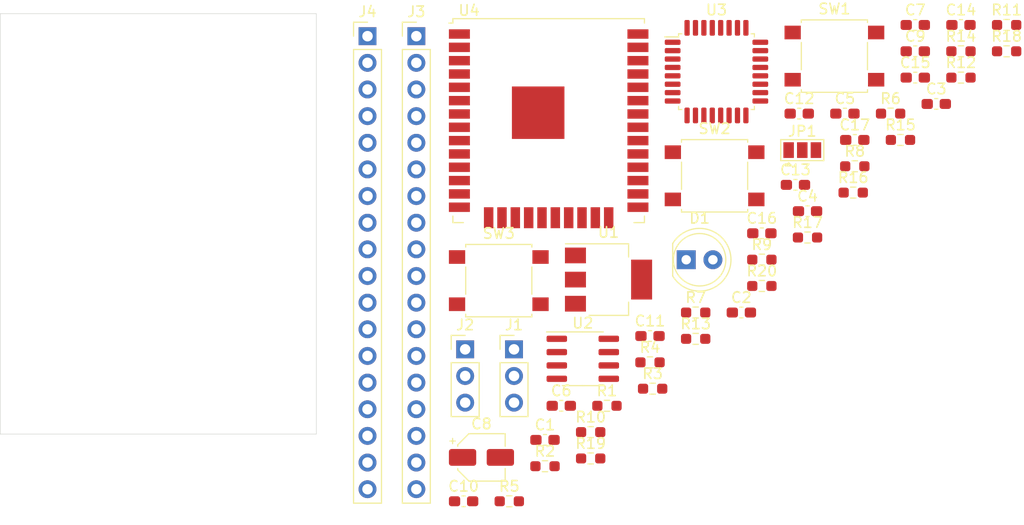
<source format=kicad_pcb>
(kicad_pcb (version 20171130) (host pcbnew 5.1.7)

  (general
    (thickness 1.6)
    (drawings 4)
    (tracks 0)
    (zones 0)
    (modules 50)
    (nets 58)
  )

  (page A4)
  (layers
    (0 F.Cu signal)
    (31 B.Cu signal)
    (32 B.Adhes user)
    (33 F.Adhes user)
    (34 B.Paste user)
    (35 F.Paste user)
    (36 B.SilkS user)
    (37 F.SilkS user)
    (38 B.Mask user)
    (39 F.Mask user)
    (40 Dwgs.User user)
    (41 Cmts.User user)
    (42 Eco1.User user)
    (43 Eco2.User user)
    (44 Edge.Cuts user)
    (45 Margin user)
    (46 B.CrtYd user)
    (47 F.CrtYd user)
    (48 B.Fab user)
    (49 F.Fab user)
  )

  (setup
    (last_trace_width 0.25)
    (trace_clearance 0.2)
    (zone_clearance 0.508)
    (zone_45_only no)
    (trace_min 0.2)
    (via_size 0.8)
    (via_drill 0.4)
    (via_min_size 0.4)
    (via_min_drill 0.3)
    (uvia_size 0.3)
    (uvia_drill 0.1)
    (uvias_allowed no)
    (uvia_min_size 0.2)
    (uvia_min_drill 0.1)
    (edge_width 0.05)
    (segment_width 0.2)
    (pcb_text_width 0.3)
    (pcb_text_size 1.5 1.5)
    (mod_edge_width 0.12)
    (mod_text_size 1 1)
    (mod_text_width 0.15)
    (pad_size 1.524 1.524)
    (pad_drill 0.762)
    (pad_to_mask_clearance 0)
    (aux_axis_origin 0 0)
    (visible_elements FFFFFF7F)
    (pcbplotparams
      (layerselection 0x010fc_ffffffff)
      (usegerberextensions false)
      (usegerberattributes true)
      (usegerberadvancedattributes true)
      (creategerberjobfile true)
      (excludeedgelayer true)
      (linewidth 0.100000)
      (plotframeref false)
      (viasonmask false)
      (mode 1)
      (useauxorigin false)
      (hpglpennumber 1)
      (hpglpenspeed 20)
      (hpglpendiameter 15.000000)
      (psnegative false)
      (psa4output false)
      (plotreference true)
      (plotvalue true)
      (plotinvisibletext false)
      (padsonsilk false)
      (subtractmaskfromsilk false)
      (outputformat 1)
      (mirror false)
      (drillshape 1)
      (scaleselection 1)
      (outputdirectory ""))
  )

  (net 0 "")
  (net 1 GND)
  (net 2 +5V)
  (net 3 +3V3)
  (net 4 "Net-(C10-Pad1)")
  (net 5 "Net-(C10-Pad2)")
  (net 6 "Net-(C11-Pad2)")
  (net 7 "Net-(C11-Pad1)")
  (net 8 Iron_Themp_ADC)
  (net 9 Hot_Air_Themp_ADC)
  (net 10 EN)
  (net 11 "Net-(D1-Pad2)")
  (net 12 STM_SWCLK)
  (net 13 STM_SWDIO)
  (net 14 TXD)
  (net 15 RXD)
  (net 16 SD_SCK)
  (net 17 SD_SDO)
  (net 18 SD_SDI)
  (net 19 SD_CS)
  (net 20 DISP_T_IRQ)
  (net 21 Boot)
  (net 22 DISP_T_DIN)
  (net 23 DISP_T_CS)
  (net 24 DISP_T_CLK)
  (net 25 DISP_SDO)
  (net 26 DISP_SCK)
  (net 27 DISP_SDI)
  (net 28 DISP_DC_RS)
  (net 29 DISP_RST)
  (net 30 DISP_CS)
  (net 31 Sold_PWM)
  (net 32 Iron_Therm_Pos)
  (net 33 Hot_Air_Therm_Pos)
  (net 34 Hot_Air_Reed)
  (net 35 Fan_PWM)
  (net 36 Heater_PWM)
  (net 37 HotA_Switch)
  (net 38 HotA_Enc_B)
  (net 39 HotA_Enc_A)
  (net 40 Sold_Switch)
  (net 41 Sold_Enc_B)
  (net 42 Sold_Enc_A)
  (net 43 Main_Switch)
  (net 44 Main_Enc_B)
  (net 45 Main_Enc_A)
  (net 46 "Net-(JP1-Pad3)")
  (net 47 STM_BOOT)
  (net 48 "Net-(JP1-Pad1)")
  (net 49 "Net-(R3-Pad1)")
  (net 50 "Net-(R5-Pad1)")
  (net 51 "Net-(R12-Pad1)")
  (net 52 "Net-(R18-Pad2)")
  (net 53 ESP32_UART_TX)
  (net 54 STM_UART_RX)
  (net 55 STM_UART_TX)
  (net 56 ESP32_UART_RX)
  (net 57 STM_RST)

  (net_class Default "This is the default net class."
    (clearance 0.2)
    (trace_width 0.25)
    (via_dia 0.8)
    (via_drill 0.4)
    (uvia_dia 0.3)
    (uvia_drill 0.1)
    (add_net +3V3)
    (add_net +5V)
    (add_net Boot)
    (add_net DISP_CS)
    (add_net DISP_DC_RS)
    (add_net DISP_RST)
    (add_net DISP_SCK)
    (add_net DISP_SDI)
    (add_net DISP_SDO)
    (add_net DISP_T_CLK)
    (add_net DISP_T_CS)
    (add_net DISP_T_DIN)
    (add_net DISP_T_IRQ)
    (add_net EN)
    (add_net ESP32_UART_RX)
    (add_net ESP32_UART_TX)
    (add_net Fan_PWM)
    (add_net GND)
    (add_net Heater_PWM)
    (add_net HotA_Enc_A)
    (add_net HotA_Enc_B)
    (add_net HotA_Switch)
    (add_net Hot_Air_Reed)
    (add_net Hot_Air_Themp_ADC)
    (add_net Hot_Air_Therm_Pos)
    (add_net Iron_Themp_ADC)
    (add_net Iron_Therm_Pos)
    (add_net Main_Enc_A)
    (add_net Main_Enc_B)
    (add_net Main_Switch)
    (add_net "Net-(C10-Pad1)")
    (add_net "Net-(C10-Pad2)")
    (add_net "Net-(C11-Pad1)")
    (add_net "Net-(C11-Pad2)")
    (add_net "Net-(D1-Pad2)")
    (add_net "Net-(JP1-Pad1)")
    (add_net "Net-(JP1-Pad3)")
    (add_net "Net-(R12-Pad1)")
    (add_net "Net-(R18-Pad2)")
    (add_net "Net-(R3-Pad1)")
    (add_net "Net-(R5-Pad1)")
    (add_net RXD)
    (add_net SD_CS)
    (add_net SD_SCK)
    (add_net SD_SDI)
    (add_net SD_SDO)
    (add_net STM_BOOT)
    (add_net STM_RST)
    (add_net STM_SWCLK)
    (add_net STM_SWDIO)
    (add_net STM_UART_RX)
    (add_net STM_UART_TX)
    (add_net Sold_Enc_A)
    (add_net Sold_Enc_B)
    (add_net Sold_PWM)
    (add_net Sold_Switch)
    (add_net TXD)
  )

  (module Capacitor_SMD:C_0603_1608Metric_Pad1.08x0.95mm_HandSolder (layer F.Cu) (tedit 5F68FEEF) (tstamp 5F9F2DCB)
    (at 162.997001 124.442501)
    (descr "Capacitor SMD 0603 (1608 Metric), square (rectangular) end terminal, IPC_7351 nominal with elongated pad for handsoldering. (Body size source: IPC-SM-782 page 76, https://www.pcb-3d.com/wordpress/wp-content/uploads/ipc-sm-782a_amendment_1_and_2.pdf), generated with kicad-footprint-generator")
    (tags "capacitor handsolder")
    (path /5F88A8FB)
    (attr smd)
    (fp_text reference C1 (at 0 -1.43) (layer F.SilkS)
      (effects (font (size 1 1) (thickness 0.15)))
    )
    (fp_text value 0.47u (at 0 1.43) (layer F.Fab)
      (effects (font (size 1 1) (thickness 0.15)))
    )
    (fp_text user %R (at 0 0) (layer F.Fab)
      (effects (font (size 0.4 0.4) (thickness 0.06)))
    )
    (fp_line (start -0.8 0.4) (end -0.8 -0.4) (layer F.Fab) (width 0.1))
    (fp_line (start -0.8 -0.4) (end 0.8 -0.4) (layer F.Fab) (width 0.1))
    (fp_line (start 0.8 -0.4) (end 0.8 0.4) (layer F.Fab) (width 0.1))
    (fp_line (start 0.8 0.4) (end -0.8 0.4) (layer F.Fab) (width 0.1))
    (fp_line (start -0.146267 -0.51) (end 0.146267 -0.51) (layer F.SilkS) (width 0.12))
    (fp_line (start -0.146267 0.51) (end 0.146267 0.51) (layer F.SilkS) (width 0.12))
    (fp_line (start -1.65 0.73) (end -1.65 -0.73) (layer F.CrtYd) (width 0.05))
    (fp_line (start -1.65 -0.73) (end 1.65 -0.73) (layer F.CrtYd) (width 0.05))
    (fp_line (start 1.65 -0.73) (end 1.65 0.73) (layer F.CrtYd) (width 0.05))
    (fp_line (start 1.65 0.73) (end -1.65 0.73) (layer F.CrtYd) (width 0.05))
    (pad 2 smd roundrect (at 0.8625 0) (size 1.075 0.95) (layers F.Cu F.Paste F.Mask) (roundrect_rratio 0.25)
      (net 1 GND))
    (pad 1 smd roundrect (at -0.8625 0) (size 1.075 0.95) (layers F.Cu F.Paste F.Mask) (roundrect_rratio 0.25)
      (net 2 +5V))
    (model ${KISYS3DMOD}/Capacitor_SMD.3dshapes/C_0603_1608Metric.wrl
      (at (xyz 0 0 0))
      (scale (xyz 1 1 1))
      (rotate (xyz 0 0 0))
    )
  )

  (module Capacitor_SMD:C_0603_1608Metric_Pad1.08x0.95mm_HandSolder (layer F.Cu) (tedit 5F68FEEF) (tstamp 5F9F2DDC)
    (at 181.697001 112.302501)
    (descr "Capacitor SMD 0603 (1608 Metric), square (rectangular) end terminal, IPC_7351 nominal with elongated pad for handsoldering. (Body size source: IPC-SM-782 page 76, https://www.pcb-3d.com/wordpress/wp-content/uploads/ipc-sm-782a_amendment_1_and_2.pdf), generated with kicad-footprint-generator")
    (tags "capacitor handsolder")
    (path /5EB14DBE)
    (attr smd)
    (fp_text reference C2 (at 0 -1.43) (layer F.SilkS)
      (effects (font (size 1 1) (thickness 0.15)))
    )
    (fp_text value 10n (at 0 1.43) (layer F.Fab)
      (effects (font (size 1 1) (thickness 0.15)))
    )
    (fp_line (start 1.65 0.73) (end -1.65 0.73) (layer F.CrtYd) (width 0.05))
    (fp_line (start 1.65 -0.73) (end 1.65 0.73) (layer F.CrtYd) (width 0.05))
    (fp_line (start -1.65 -0.73) (end 1.65 -0.73) (layer F.CrtYd) (width 0.05))
    (fp_line (start -1.65 0.73) (end -1.65 -0.73) (layer F.CrtYd) (width 0.05))
    (fp_line (start -0.146267 0.51) (end 0.146267 0.51) (layer F.SilkS) (width 0.12))
    (fp_line (start -0.146267 -0.51) (end 0.146267 -0.51) (layer F.SilkS) (width 0.12))
    (fp_line (start 0.8 0.4) (end -0.8 0.4) (layer F.Fab) (width 0.1))
    (fp_line (start 0.8 -0.4) (end 0.8 0.4) (layer F.Fab) (width 0.1))
    (fp_line (start -0.8 -0.4) (end 0.8 -0.4) (layer F.Fab) (width 0.1))
    (fp_line (start -0.8 0.4) (end -0.8 -0.4) (layer F.Fab) (width 0.1))
    (fp_text user %R (at 0 0) (layer F.Fab)
      (effects (font (size 0.4 0.4) (thickness 0.06)))
    )
    (pad 1 smd roundrect (at -0.8625 0) (size 1.075 0.95) (layers F.Cu F.Paste F.Mask) (roundrect_rratio 0.25)
      (net 3 +3V3))
    (pad 2 smd roundrect (at 0.8625 0) (size 1.075 0.95) (layers F.Cu F.Paste F.Mask) (roundrect_rratio 0.25)
      (net 1 GND))
    (model ${KISYS3DMOD}/Capacitor_SMD.3dshapes/C_0603_1608Metric.wrl
      (at (xyz 0 0 0))
      (scale (xyz 1 1 1))
      (rotate (xyz 0 0 0))
    )
  )

  (module Capacitor_SMD:C_0603_1608Metric_Pad1.08x0.95mm_HandSolder (layer F.Cu) (tedit 5F68FEEF) (tstamp 5F9F2DED)
    (at 200.257001 92.422501)
    (descr "Capacitor SMD 0603 (1608 Metric), square (rectangular) end terminal, IPC_7351 nominal with elongated pad for handsoldering. (Body size source: IPC-SM-782 page 76, https://www.pcb-3d.com/wordpress/wp-content/uploads/ipc-sm-782a_amendment_1_and_2.pdf), generated with kicad-footprint-generator")
    (tags "capacitor handsolder")
    (path /5ED64B77)
    (attr smd)
    (fp_text reference C3 (at 0 -1.43) (layer F.SilkS)
      (effects (font (size 1 1) (thickness 0.15)))
    )
    (fp_text value 10u (at 0 1.43) (layer F.Fab)
      (effects (font (size 1 1) (thickness 0.15)))
    )
    (fp_line (start 1.65 0.73) (end -1.65 0.73) (layer F.CrtYd) (width 0.05))
    (fp_line (start 1.65 -0.73) (end 1.65 0.73) (layer F.CrtYd) (width 0.05))
    (fp_line (start -1.65 -0.73) (end 1.65 -0.73) (layer F.CrtYd) (width 0.05))
    (fp_line (start -1.65 0.73) (end -1.65 -0.73) (layer F.CrtYd) (width 0.05))
    (fp_line (start -0.146267 0.51) (end 0.146267 0.51) (layer F.SilkS) (width 0.12))
    (fp_line (start -0.146267 -0.51) (end 0.146267 -0.51) (layer F.SilkS) (width 0.12))
    (fp_line (start 0.8 0.4) (end -0.8 0.4) (layer F.Fab) (width 0.1))
    (fp_line (start 0.8 -0.4) (end 0.8 0.4) (layer F.Fab) (width 0.1))
    (fp_line (start -0.8 -0.4) (end 0.8 -0.4) (layer F.Fab) (width 0.1))
    (fp_line (start -0.8 0.4) (end -0.8 -0.4) (layer F.Fab) (width 0.1))
    (fp_text user %R (at 0 0) (layer F.Fab)
      (effects (font (size 0.4 0.4) (thickness 0.06)))
    )
    (pad 1 smd roundrect (at -0.8625 0) (size 1.075 0.95) (layers F.Cu F.Paste F.Mask) (roundrect_rratio 0.25)
      (net 3 +3V3))
    (pad 2 smd roundrect (at 0.8625 0) (size 1.075 0.95) (layers F.Cu F.Paste F.Mask) (roundrect_rratio 0.25)
      (net 1 GND))
    (model ${KISYS3DMOD}/Capacitor_SMD.3dshapes/C_0603_1608Metric.wrl
      (at (xyz 0 0 0))
      (scale (xyz 1 1 1))
      (rotate (xyz 0 0 0))
    )
  )

  (module Capacitor_SMD:C_0603_1608Metric_Pad1.08x0.95mm_HandSolder (layer F.Cu) (tedit 5F68FEEF) (tstamp 5F9F2DFE)
    (at 187.997001 102.642501)
    (descr "Capacitor SMD 0603 (1608 Metric), square (rectangular) end terminal, IPC_7351 nominal with elongated pad for handsoldering. (Body size source: IPC-SM-782 page 76, https://www.pcb-3d.com/wordpress/wp-content/uploads/ipc-sm-782a_amendment_1_and_2.pdf), generated with kicad-footprint-generator")
    (tags "capacitor handsolder")
    (path /5EB14DC4)
    (attr smd)
    (fp_text reference C4 (at 0 -1.43) (layer F.SilkS)
      (effects (font (size 1 1) (thickness 0.15)))
    )
    (fp_text value 1u (at 0 1.43) (layer F.Fab)
      (effects (font (size 1 1) (thickness 0.15)))
    )
    (fp_text user %R (at 0 0) (layer F.Fab)
      (effects (font (size 0.4 0.4) (thickness 0.06)))
    )
    (fp_line (start -0.8 0.4) (end -0.8 -0.4) (layer F.Fab) (width 0.1))
    (fp_line (start -0.8 -0.4) (end 0.8 -0.4) (layer F.Fab) (width 0.1))
    (fp_line (start 0.8 -0.4) (end 0.8 0.4) (layer F.Fab) (width 0.1))
    (fp_line (start 0.8 0.4) (end -0.8 0.4) (layer F.Fab) (width 0.1))
    (fp_line (start -0.146267 -0.51) (end 0.146267 -0.51) (layer F.SilkS) (width 0.12))
    (fp_line (start -0.146267 0.51) (end 0.146267 0.51) (layer F.SilkS) (width 0.12))
    (fp_line (start -1.65 0.73) (end -1.65 -0.73) (layer F.CrtYd) (width 0.05))
    (fp_line (start -1.65 -0.73) (end 1.65 -0.73) (layer F.CrtYd) (width 0.05))
    (fp_line (start 1.65 -0.73) (end 1.65 0.73) (layer F.CrtYd) (width 0.05))
    (fp_line (start 1.65 0.73) (end -1.65 0.73) (layer F.CrtYd) (width 0.05))
    (pad 2 smd roundrect (at 0.8625 0) (size 1.075 0.95) (layers F.Cu F.Paste F.Mask) (roundrect_rratio 0.25)
      (net 1 GND))
    (pad 1 smd roundrect (at -0.8625 0) (size 1.075 0.95) (layers F.Cu F.Paste F.Mask) (roundrect_rratio 0.25)
      (net 3 +3V3))
    (model ${KISYS3DMOD}/Capacitor_SMD.3dshapes/C_0603_1608Metric.wrl
      (at (xyz 0 0 0))
      (scale (xyz 1 1 1))
      (rotate (xyz 0 0 0))
    )
  )

  (module Capacitor_SMD:C_0603_1608Metric_Pad1.08x0.95mm_HandSolder (layer F.Cu) (tedit 5F68FEEF) (tstamp 5F9F2E0F)
    (at 191.557001 93.342501)
    (descr "Capacitor SMD 0603 (1608 Metric), square (rectangular) end terminal, IPC_7351 nominal with elongated pad for handsoldering. (Body size source: IPC-SM-782 page 76, https://www.pcb-3d.com/wordpress/wp-content/uploads/ipc-sm-782a_amendment_1_and_2.pdf), generated with kicad-footprint-generator")
    (tags "capacitor handsolder")
    (path /5ED64B7D)
    (attr smd)
    (fp_text reference C5 (at 0 -1.43) (layer F.SilkS)
      (effects (font (size 1 1) (thickness 0.15)))
    )
    (fp_text value 0.1u (at 0 1.43) (layer F.Fab)
      (effects (font (size 1 1) (thickness 0.15)))
    )
    (fp_line (start 1.65 0.73) (end -1.65 0.73) (layer F.CrtYd) (width 0.05))
    (fp_line (start 1.65 -0.73) (end 1.65 0.73) (layer F.CrtYd) (width 0.05))
    (fp_line (start -1.65 -0.73) (end 1.65 -0.73) (layer F.CrtYd) (width 0.05))
    (fp_line (start -1.65 0.73) (end -1.65 -0.73) (layer F.CrtYd) (width 0.05))
    (fp_line (start -0.146267 0.51) (end 0.146267 0.51) (layer F.SilkS) (width 0.12))
    (fp_line (start -0.146267 -0.51) (end 0.146267 -0.51) (layer F.SilkS) (width 0.12))
    (fp_line (start 0.8 0.4) (end -0.8 0.4) (layer F.Fab) (width 0.1))
    (fp_line (start 0.8 -0.4) (end 0.8 0.4) (layer F.Fab) (width 0.1))
    (fp_line (start -0.8 -0.4) (end 0.8 -0.4) (layer F.Fab) (width 0.1))
    (fp_line (start -0.8 0.4) (end -0.8 -0.4) (layer F.Fab) (width 0.1))
    (fp_text user %R (at 0 0) (layer F.Fab)
      (effects (font (size 0.4 0.4) (thickness 0.06)))
    )
    (pad 1 smd roundrect (at -0.8625 0) (size 1.075 0.95) (layers F.Cu F.Paste F.Mask) (roundrect_rratio 0.25)
      (net 3 +3V3))
    (pad 2 smd roundrect (at 0.8625 0) (size 1.075 0.95) (layers F.Cu F.Paste F.Mask) (roundrect_rratio 0.25)
      (net 1 GND))
    (model ${KISYS3DMOD}/Capacitor_SMD.3dshapes/C_0603_1608Metric.wrl
      (at (xyz 0 0 0))
      (scale (xyz 1 1 1))
      (rotate (xyz 0 0 0))
    )
  )

  (module Capacitor_SMD:C_0603_1608Metric_Pad1.08x0.95mm_HandSolder (layer F.Cu) (tedit 5F68FEEF) (tstamp 5F9F2E20)
    (at 164.547001 121.192501)
    (descr "Capacitor SMD 0603 (1608 Metric), square (rectangular) end terminal, IPC_7351 nominal with elongated pad for handsoldering. (Body size source: IPC-SM-782 page 76, https://www.pcb-3d.com/wordpress/wp-content/uploads/ipc-sm-782a_amendment_1_and_2.pdf), generated with kicad-footprint-generator")
    (tags "capacitor handsolder")
    (path /5F8820FB)
    (attr smd)
    (fp_text reference C6 (at 0 -1.43) (layer F.SilkS)
      (effects (font (size 1 1) (thickness 0.15)))
    )
    (fp_text value 33u (at 0 1.43) (layer F.Fab)
      (effects (font (size 1 1) (thickness 0.15)))
    )
    (fp_line (start 1.65 0.73) (end -1.65 0.73) (layer F.CrtYd) (width 0.05))
    (fp_line (start 1.65 -0.73) (end 1.65 0.73) (layer F.CrtYd) (width 0.05))
    (fp_line (start -1.65 -0.73) (end 1.65 -0.73) (layer F.CrtYd) (width 0.05))
    (fp_line (start -1.65 0.73) (end -1.65 -0.73) (layer F.CrtYd) (width 0.05))
    (fp_line (start -0.146267 0.51) (end 0.146267 0.51) (layer F.SilkS) (width 0.12))
    (fp_line (start -0.146267 -0.51) (end 0.146267 -0.51) (layer F.SilkS) (width 0.12))
    (fp_line (start 0.8 0.4) (end -0.8 0.4) (layer F.Fab) (width 0.1))
    (fp_line (start 0.8 -0.4) (end 0.8 0.4) (layer F.Fab) (width 0.1))
    (fp_line (start -0.8 -0.4) (end 0.8 -0.4) (layer F.Fab) (width 0.1))
    (fp_line (start -0.8 0.4) (end -0.8 -0.4) (layer F.Fab) (width 0.1))
    (fp_text user %R (at 0 0) (layer F.Fab)
      (effects (font (size 0.4 0.4) (thickness 0.06)))
    )
    (pad 1 smd roundrect (at -0.8625 0) (size 1.075 0.95) (layers F.Cu F.Paste F.Mask) (roundrect_rratio 0.25)
      (net 3 +3V3))
    (pad 2 smd roundrect (at 0.8625 0) (size 1.075 0.95) (layers F.Cu F.Paste F.Mask) (roundrect_rratio 0.25)
      (net 1 GND))
    (model ${KISYS3DMOD}/Capacitor_SMD.3dshapes/C_0603_1608Metric.wrl
      (at (xyz 0 0 0))
      (scale (xyz 1 1 1))
      (rotate (xyz 0 0 0))
    )
  )

  (module Capacitor_SMD:C_0603_1608Metric_Pad1.08x0.95mm_HandSolder (layer F.Cu) (tedit 5F68FEEF) (tstamp 5F9F2E31)
    (at 198.257001 84.892501)
    (descr "Capacitor SMD 0603 (1608 Metric), square (rectangular) end terminal, IPC_7351 nominal with elongated pad for handsoldering. (Body size source: IPC-SM-782 page 76, https://www.pcb-3d.com/wordpress/wp-content/uploads/ipc-sm-782a_amendment_1_and_2.pdf), generated with kicad-footprint-generator")
    (tags "capacitor handsolder")
    (path /5EE3216D)
    (attr smd)
    (fp_text reference C7 (at 0 -1.43) (layer F.SilkS)
      (effects (font (size 1 1) (thickness 0.15)))
    )
    (fp_text value 0.15u (at 0 1.43) (layer F.Fab)
      (effects (font (size 1 1) (thickness 0.15)))
    )
    (fp_text user %R (at 0 0) (layer F.Fab)
      (effects (font (size 0.4 0.4) (thickness 0.06)))
    )
    (fp_line (start -0.8 0.4) (end -0.8 -0.4) (layer F.Fab) (width 0.1))
    (fp_line (start -0.8 -0.4) (end 0.8 -0.4) (layer F.Fab) (width 0.1))
    (fp_line (start 0.8 -0.4) (end 0.8 0.4) (layer F.Fab) (width 0.1))
    (fp_line (start 0.8 0.4) (end -0.8 0.4) (layer F.Fab) (width 0.1))
    (fp_line (start -0.146267 -0.51) (end 0.146267 -0.51) (layer F.SilkS) (width 0.12))
    (fp_line (start -0.146267 0.51) (end 0.146267 0.51) (layer F.SilkS) (width 0.12))
    (fp_line (start -1.65 0.73) (end -1.65 -0.73) (layer F.CrtYd) (width 0.05))
    (fp_line (start -1.65 -0.73) (end 1.65 -0.73) (layer F.CrtYd) (width 0.05))
    (fp_line (start 1.65 -0.73) (end 1.65 0.73) (layer F.CrtYd) (width 0.05))
    (fp_line (start 1.65 0.73) (end -1.65 0.73) (layer F.CrtYd) (width 0.05))
    (pad 2 smd roundrect (at 0.8625 0) (size 1.075 0.95) (layers F.Cu F.Paste F.Mask) (roundrect_rratio 0.25)
      (net 1 GND))
    (pad 1 smd roundrect (at -0.8625 0) (size 1.075 0.95) (layers F.Cu F.Paste F.Mask) (roundrect_rratio 0.25)
      (net 3 +3V3))
    (model ${KISYS3DMOD}/Capacitor_SMD.3dshapes/C_0603_1608Metric.wrl
      (at (xyz 0 0 0))
      (scale (xyz 1 1 1))
      (rotate (xyz 0 0 0))
    )
  )

  (module Capacitor_SMD:CP_Elec_4x5.3 (layer F.Cu) (tedit 5BCA39CF) (tstamp 5F9F2E59)
    (at 156.947001 126.112501)
    (descr "SMD capacitor, aluminum electrolytic, Vishay, 4.0x5.3mm")
    (tags "capacitor electrolytic")
    (path /5EE32174)
    (attr smd)
    (fp_text reference C8 (at 0 -3.2) (layer F.SilkS)
      (effects (font (size 1 1) (thickness 0.15)))
    )
    (fp_text value "10u 16V" (at 0 3.2) (layer F.Fab)
      (effects (font (size 1 1) (thickness 0.15)))
    )
    (fp_line (start -3.35 1.05) (end -2.4 1.05) (layer F.CrtYd) (width 0.05))
    (fp_line (start -3.35 -1.05) (end -3.35 1.05) (layer F.CrtYd) (width 0.05))
    (fp_line (start -2.4 -1.05) (end -3.35 -1.05) (layer F.CrtYd) (width 0.05))
    (fp_line (start -2.4 1.05) (end -2.4 1.25) (layer F.CrtYd) (width 0.05))
    (fp_line (start -2.4 -1.25) (end -2.4 -1.05) (layer F.CrtYd) (width 0.05))
    (fp_line (start -2.4 -1.25) (end -1.25 -2.4) (layer F.CrtYd) (width 0.05))
    (fp_line (start -2.4 1.25) (end -1.25 2.4) (layer F.CrtYd) (width 0.05))
    (fp_line (start -1.25 -2.4) (end 2.4 -2.4) (layer F.CrtYd) (width 0.05))
    (fp_line (start -1.25 2.4) (end 2.4 2.4) (layer F.CrtYd) (width 0.05))
    (fp_line (start 2.4 1.05) (end 2.4 2.4) (layer F.CrtYd) (width 0.05))
    (fp_line (start 3.35 1.05) (end 2.4 1.05) (layer F.CrtYd) (width 0.05))
    (fp_line (start 3.35 -1.05) (end 3.35 1.05) (layer F.CrtYd) (width 0.05))
    (fp_line (start 2.4 -1.05) (end 3.35 -1.05) (layer F.CrtYd) (width 0.05))
    (fp_line (start 2.4 -2.4) (end 2.4 -1.05) (layer F.CrtYd) (width 0.05))
    (fp_line (start -2.75 -1.81) (end -2.75 -1.31) (layer F.SilkS) (width 0.12))
    (fp_line (start -3 -1.56) (end -2.5 -1.56) (layer F.SilkS) (width 0.12))
    (fp_line (start -2.26 1.195563) (end -1.195563 2.26) (layer F.SilkS) (width 0.12))
    (fp_line (start -2.26 -1.195563) (end -1.195563 -2.26) (layer F.SilkS) (width 0.12))
    (fp_line (start -2.26 -1.195563) (end -2.26 -1.06) (layer F.SilkS) (width 0.12))
    (fp_line (start -2.26 1.195563) (end -2.26 1.06) (layer F.SilkS) (width 0.12))
    (fp_line (start -1.195563 2.26) (end 2.26 2.26) (layer F.SilkS) (width 0.12))
    (fp_line (start -1.195563 -2.26) (end 2.26 -2.26) (layer F.SilkS) (width 0.12))
    (fp_line (start 2.26 -2.26) (end 2.26 -1.06) (layer F.SilkS) (width 0.12))
    (fp_line (start 2.26 2.26) (end 2.26 1.06) (layer F.SilkS) (width 0.12))
    (fp_line (start -1.374773 -1.2) (end -1.374773 -0.8) (layer F.Fab) (width 0.1))
    (fp_line (start -1.574773 -1) (end -1.174773 -1) (layer F.Fab) (width 0.1))
    (fp_line (start -2.15 1.15) (end -1.15 2.15) (layer F.Fab) (width 0.1))
    (fp_line (start -2.15 -1.15) (end -1.15 -2.15) (layer F.Fab) (width 0.1))
    (fp_line (start -2.15 -1.15) (end -2.15 1.15) (layer F.Fab) (width 0.1))
    (fp_line (start -1.15 2.15) (end 2.15 2.15) (layer F.Fab) (width 0.1))
    (fp_line (start -1.15 -2.15) (end 2.15 -2.15) (layer F.Fab) (width 0.1))
    (fp_line (start 2.15 -2.15) (end 2.15 2.15) (layer F.Fab) (width 0.1))
    (fp_circle (center 0 0) (end 2 0) (layer F.Fab) (width 0.1))
    (fp_text user %R (at 0 0) (layer F.Fab)
      (effects (font (size 0.8 0.8) (thickness 0.12)))
    )
    (pad 1 smd roundrect (at -1.8 0) (size 2.6 1.6) (layers F.Cu F.Paste F.Mask) (roundrect_rratio 0.15625)
      (net 3 +3V3))
    (pad 2 smd roundrect (at 1.8 0) (size 2.6 1.6) (layers F.Cu F.Paste F.Mask) (roundrect_rratio 0.15625)
      (net 1 GND))
    (model ${KISYS3DMOD}/Capacitor_SMD.3dshapes/CP_Elec_4x5.3.wrl
      (at (xyz 0 0 0))
      (scale (xyz 1 1 1))
      (rotate (xyz 0 0 0))
    )
  )

  (module Capacitor_SMD:C_0603_1608Metric_Pad1.08x0.95mm_HandSolder (layer F.Cu) (tedit 5F68FEEF) (tstamp 5F9F2E6A)
    (at 198.257001 87.402501)
    (descr "Capacitor SMD 0603 (1608 Metric), square (rectangular) end terminal, IPC_7351 nominal with elongated pad for handsoldering. (Body size source: IPC-SM-782 page 76, https://www.pcb-3d.com/wordpress/wp-content/uploads/ipc-sm-782a_amendment_1_and_2.pdf), generated with kicad-footprint-generator")
    (tags "capacitor handsolder")
    (path /5EB08B66)
    (attr smd)
    (fp_text reference C9 (at 0 -1.43) (layer F.SilkS)
      (effects (font (size 1 1) (thickness 0.15)))
    )
    (fp_text value 100n (at 0 1.43) (layer F.Fab)
      (effects (font (size 1 1) (thickness 0.15)))
    )
    (fp_text user %R (at 0 0) (layer F.Fab)
      (effects (font (size 0.4 0.4) (thickness 0.06)))
    )
    (fp_line (start -0.8 0.4) (end -0.8 -0.4) (layer F.Fab) (width 0.1))
    (fp_line (start -0.8 -0.4) (end 0.8 -0.4) (layer F.Fab) (width 0.1))
    (fp_line (start 0.8 -0.4) (end 0.8 0.4) (layer F.Fab) (width 0.1))
    (fp_line (start 0.8 0.4) (end -0.8 0.4) (layer F.Fab) (width 0.1))
    (fp_line (start -0.146267 -0.51) (end 0.146267 -0.51) (layer F.SilkS) (width 0.12))
    (fp_line (start -0.146267 0.51) (end 0.146267 0.51) (layer F.SilkS) (width 0.12))
    (fp_line (start -1.65 0.73) (end -1.65 -0.73) (layer F.CrtYd) (width 0.05))
    (fp_line (start -1.65 -0.73) (end 1.65 -0.73) (layer F.CrtYd) (width 0.05))
    (fp_line (start 1.65 -0.73) (end 1.65 0.73) (layer F.CrtYd) (width 0.05))
    (fp_line (start 1.65 0.73) (end -1.65 0.73) (layer F.CrtYd) (width 0.05))
    (pad 2 smd roundrect (at 0.8625 0) (size 1.075 0.95) (layers F.Cu F.Paste F.Mask) (roundrect_rratio 0.25)
      (net 1 GND))
    (pad 1 smd roundrect (at -0.8625 0) (size 1.075 0.95) (layers F.Cu F.Paste F.Mask) (roundrect_rratio 0.25)
      (net 3 +3V3))
    (model ${KISYS3DMOD}/Capacitor_SMD.3dshapes/C_0603_1608Metric.wrl
      (at (xyz 0 0 0))
      (scale (xyz 1 1 1))
      (rotate (xyz 0 0 0))
    )
  )

  (module Capacitor_SMD:C_0603_1608Metric_Pad1.08x0.95mm_HandSolder (layer F.Cu) (tedit 5F68FEEF) (tstamp 5F9F2E7B)
    (at 155.247001 130.292501)
    (descr "Capacitor SMD 0603 (1608 Metric), square (rectangular) end terminal, IPC_7351 nominal with elongated pad for handsoldering. (Body size source: IPC-SM-782 page 76, https://www.pcb-3d.com/wordpress/wp-content/uploads/ipc-sm-782a_amendment_1_and_2.pdf), generated with kicad-footprint-generator")
    (tags "capacitor handsolder")
    (path /5EE320D0)
    (attr smd)
    (fp_text reference C10 (at 0 -1.43) (layer F.SilkS)
      (effects (font (size 1 1) (thickness 0.15)))
    )
    (fp_text value 10n (at 0 1.43) (layer F.Fab)
      (effects (font (size 1 1) (thickness 0.15)))
    )
    (fp_line (start 1.65 0.73) (end -1.65 0.73) (layer F.CrtYd) (width 0.05))
    (fp_line (start 1.65 -0.73) (end 1.65 0.73) (layer F.CrtYd) (width 0.05))
    (fp_line (start -1.65 -0.73) (end 1.65 -0.73) (layer F.CrtYd) (width 0.05))
    (fp_line (start -1.65 0.73) (end -1.65 -0.73) (layer F.CrtYd) (width 0.05))
    (fp_line (start -0.146267 0.51) (end 0.146267 0.51) (layer F.SilkS) (width 0.12))
    (fp_line (start -0.146267 -0.51) (end 0.146267 -0.51) (layer F.SilkS) (width 0.12))
    (fp_line (start 0.8 0.4) (end -0.8 0.4) (layer F.Fab) (width 0.1))
    (fp_line (start 0.8 -0.4) (end 0.8 0.4) (layer F.Fab) (width 0.1))
    (fp_line (start -0.8 -0.4) (end 0.8 -0.4) (layer F.Fab) (width 0.1))
    (fp_line (start -0.8 0.4) (end -0.8 -0.4) (layer F.Fab) (width 0.1))
    (fp_text user %R (at 0 0) (layer F.Fab)
      (effects (font (size 0.4 0.4) (thickness 0.06)))
    )
    (pad 1 smd roundrect (at -0.8625 0) (size 1.075 0.95) (layers F.Cu F.Paste F.Mask) (roundrect_rratio 0.25)
      (net 4 "Net-(C10-Pad1)"))
    (pad 2 smd roundrect (at 0.8625 0) (size 1.075 0.95) (layers F.Cu F.Paste F.Mask) (roundrect_rratio 0.25)
      (net 5 "Net-(C10-Pad2)"))
    (model ${KISYS3DMOD}/Capacitor_SMD.3dshapes/C_0603_1608Metric.wrl
      (at (xyz 0 0 0))
      (scale (xyz 1 1 1))
      (rotate (xyz 0 0 0))
    )
  )

  (module Capacitor_SMD:C_0603_1608Metric_Pad1.08x0.95mm_HandSolder (layer F.Cu) (tedit 5F68FEEF) (tstamp 5F9F2E8C)
    (at 172.997001 114.542501)
    (descr "Capacitor SMD 0603 (1608 Metric), square (rectangular) end terminal, IPC_7351 nominal with elongated pad for handsoldering. (Body size source: IPC-SM-782 page 76, https://www.pcb-3d.com/wordpress/wp-content/uploads/ipc-sm-782a_amendment_1_and_2.pdf), generated with kicad-footprint-generator")
    (tags "capacitor handsolder")
    (path /5EE3212F)
    (attr smd)
    (fp_text reference C11 (at 0 -1.43) (layer F.SilkS)
      (effects (font (size 1 1) (thickness 0.15)))
    )
    (fp_text value 10n (at 0 1.43) (layer F.Fab)
      (effects (font (size 1 1) (thickness 0.15)))
    )
    (fp_text user %R (at 0 0) (layer F.Fab)
      (effects (font (size 0.4 0.4) (thickness 0.06)))
    )
    (fp_line (start -0.8 0.4) (end -0.8 -0.4) (layer F.Fab) (width 0.1))
    (fp_line (start -0.8 -0.4) (end 0.8 -0.4) (layer F.Fab) (width 0.1))
    (fp_line (start 0.8 -0.4) (end 0.8 0.4) (layer F.Fab) (width 0.1))
    (fp_line (start 0.8 0.4) (end -0.8 0.4) (layer F.Fab) (width 0.1))
    (fp_line (start -0.146267 -0.51) (end 0.146267 -0.51) (layer F.SilkS) (width 0.12))
    (fp_line (start -0.146267 0.51) (end 0.146267 0.51) (layer F.SilkS) (width 0.12))
    (fp_line (start -1.65 0.73) (end -1.65 -0.73) (layer F.CrtYd) (width 0.05))
    (fp_line (start -1.65 -0.73) (end 1.65 -0.73) (layer F.CrtYd) (width 0.05))
    (fp_line (start 1.65 -0.73) (end 1.65 0.73) (layer F.CrtYd) (width 0.05))
    (fp_line (start 1.65 0.73) (end -1.65 0.73) (layer F.CrtYd) (width 0.05))
    (pad 2 smd roundrect (at 0.8625 0) (size 1.075 0.95) (layers F.Cu F.Paste F.Mask) (roundrect_rratio 0.25)
      (net 6 "Net-(C11-Pad2)"))
    (pad 1 smd roundrect (at -0.8625 0) (size 1.075 0.95) (layers F.Cu F.Paste F.Mask) (roundrect_rratio 0.25)
      (net 7 "Net-(C11-Pad1)"))
    (model ${KISYS3DMOD}/Capacitor_SMD.3dshapes/C_0603_1608Metric.wrl
      (at (xyz 0 0 0))
      (scale (xyz 1 1 1))
      (rotate (xyz 0 0 0))
    )
  )

  (module Capacitor_SMD:C_0603_1608Metric_Pad1.08x0.95mm_HandSolder (layer F.Cu) (tedit 5F68FEEF) (tstamp 5F9F2E9D)
    (at 187.207001 93.342501)
    (descr "Capacitor SMD 0603 (1608 Metric), square (rectangular) end terminal, IPC_7351 nominal with elongated pad for handsoldering. (Body size source: IPC-SM-782 page 76, https://www.pcb-3d.com/wordpress/wp-content/uploads/ipc-sm-782a_amendment_1_and_2.pdf), generated with kicad-footprint-generator")
    (tags "capacitor handsolder")
    (path /5EB076D7)
    (attr smd)
    (fp_text reference C12 (at 0 -1.43) (layer F.SilkS)
      (effects (font (size 1 1) (thickness 0.15)))
    )
    (fp_text value 100n (at 0 1.43) (layer F.Fab)
      (effects (font (size 1 1) (thickness 0.15)))
    )
    (fp_text user %R (at 0 0) (layer F.Fab)
      (effects (font (size 0.4 0.4) (thickness 0.06)))
    )
    (fp_line (start -0.8 0.4) (end -0.8 -0.4) (layer F.Fab) (width 0.1))
    (fp_line (start -0.8 -0.4) (end 0.8 -0.4) (layer F.Fab) (width 0.1))
    (fp_line (start 0.8 -0.4) (end 0.8 0.4) (layer F.Fab) (width 0.1))
    (fp_line (start 0.8 0.4) (end -0.8 0.4) (layer F.Fab) (width 0.1))
    (fp_line (start -0.146267 -0.51) (end 0.146267 -0.51) (layer F.SilkS) (width 0.12))
    (fp_line (start -0.146267 0.51) (end 0.146267 0.51) (layer F.SilkS) (width 0.12))
    (fp_line (start -1.65 0.73) (end -1.65 -0.73) (layer F.CrtYd) (width 0.05))
    (fp_line (start -1.65 -0.73) (end 1.65 -0.73) (layer F.CrtYd) (width 0.05))
    (fp_line (start 1.65 -0.73) (end 1.65 0.73) (layer F.CrtYd) (width 0.05))
    (fp_line (start 1.65 0.73) (end -1.65 0.73) (layer F.CrtYd) (width 0.05))
    (pad 2 smd roundrect (at 0.8625 0) (size 1.075 0.95) (layers F.Cu F.Paste F.Mask) (roundrect_rratio 0.25)
      (net 1 GND))
    (pad 1 smd roundrect (at -0.8625 0) (size 1.075 0.95) (layers F.Cu F.Paste F.Mask) (roundrect_rratio 0.25)
      (net 3 +3V3))
    (model ${KISYS3DMOD}/Capacitor_SMD.3dshapes/C_0603_1608Metric.wrl
      (at (xyz 0 0 0))
      (scale (xyz 1 1 1))
      (rotate (xyz 0 0 0))
    )
  )

  (module Capacitor_SMD:C_0603_1608Metric_Pad1.08x0.95mm_HandSolder (layer F.Cu) (tedit 5F68FEEF) (tstamp 5F9F2EAE)
    (at 186.847001 100.132501)
    (descr "Capacitor SMD 0603 (1608 Metric), square (rectangular) end terminal, IPC_7351 nominal with elongated pad for handsoldering. (Body size source: IPC-SM-782 page 76, https://www.pcb-3d.com/wordpress/wp-content/uploads/ipc-sm-782a_amendment_1_and_2.pdf), generated with kicad-footprint-generator")
    (tags "capacitor handsolder")
    (path /5EE3209E)
    (attr smd)
    (fp_text reference C13 (at 0 -1.43) (layer F.SilkS)
      (effects (font (size 1 1) (thickness 0.15)))
    )
    (fp_text value 0.15u (at 0 1.43) (layer F.Fab)
      (effects (font (size 1 1) (thickness 0.15)))
    )
    (fp_text user %R (at 0 0) (layer F.Fab)
      (effects (font (size 0.4 0.4) (thickness 0.06)))
    )
    (fp_line (start -0.8 0.4) (end -0.8 -0.4) (layer F.Fab) (width 0.1))
    (fp_line (start -0.8 -0.4) (end 0.8 -0.4) (layer F.Fab) (width 0.1))
    (fp_line (start 0.8 -0.4) (end 0.8 0.4) (layer F.Fab) (width 0.1))
    (fp_line (start 0.8 0.4) (end -0.8 0.4) (layer F.Fab) (width 0.1))
    (fp_line (start -0.146267 -0.51) (end 0.146267 -0.51) (layer F.SilkS) (width 0.12))
    (fp_line (start -0.146267 0.51) (end 0.146267 0.51) (layer F.SilkS) (width 0.12))
    (fp_line (start -1.65 0.73) (end -1.65 -0.73) (layer F.CrtYd) (width 0.05))
    (fp_line (start -1.65 -0.73) (end 1.65 -0.73) (layer F.CrtYd) (width 0.05))
    (fp_line (start 1.65 -0.73) (end 1.65 0.73) (layer F.CrtYd) (width 0.05))
    (fp_line (start 1.65 0.73) (end -1.65 0.73) (layer F.CrtYd) (width 0.05))
    (pad 2 smd roundrect (at 0.8625 0) (size 1.075 0.95) (layers F.Cu F.Paste F.Mask) (roundrect_rratio 0.25)
      (net 1 GND))
    (pad 1 smd roundrect (at -0.8625 0) (size 1.075 0.95) (layers F.Cu F.Paste F.Mask) (roundrect_rratio 0.25)
      (net 3 +3V3))
    (model ${KISYS3DMOD}/Capacitor_SMD.3dshapes/C_0603_1608Metric.wrl
      (at (xyz 0 0 0))
      (scale (xyz 1 1 1))
      (rotate (xyz 0 0 0))
    )
  )

  (module Capacitor_SMD:C_0603_1608Metric_Pad1.08x0.95mm_HandSolder (layer F.Cu) (tedit 5F68FEEF) (tstamp 5F9F2EBF)
    (at 202.607001 84.892501)
    (descr "Capacitor SMD 0603 (1608 Metric), square (rectangular) end terminal, IPC_7351 nominal with elongated pad for handsoldering. (Body size source: IPC-SM-782 page 76, https://www.pcb-3d.com/wordpress/wp-content/uploads/ipc-sm-782a_amendment_1_and_2.pdf), generated with kicad-footprint-generator")
    (tags "capacitor handsolder")
    (path /5EB07B7B)
    (attr smd)
    (fp_text reference C14 (at 0 -1.43) (layer F.SilkS)
      (effects (font (size 1 1) (thickness 0.15)))
    )
    (fp_text value 4.7u (at 0 1.43) (layer F.Fab)
      (effects (font (size 1 1) (thickness 0.15)))
    )
    (fp_line (start 1.65 0.73) (end -1.65 0.73) (layer F.CrtYd) (width 0.05))
    (fp_line (start 1.65 -0.73) (end 1.65 0.73) (layer F.CrtYd) (width 0.05))
    (fp_line (start -1.65 -0.73) (end 1.65 -0.73) (layer F.CrtYd) (width 0.05))
    (fp_line (start -1.65 0.73) (end -1.65 -0.73) (layer F.CrtYd) (width 0.05))
    (fp_line (start -0.146267 0.51) (end 0.146267 0.51) (layer F.SilkS) (width 0.12))
    (fp_line (start -0.146267 -0.51) (end 0.146267 -0.51) (layer F.SilkS) (width 0.12))
    (fp_line (start 0.8 0.4) (end -0.8 0.4) (layer F.Fab) (width 0.1))
    (fp_line (start 0.8 -0.4) (end 0.8 0.4) (layer F.Fab) (width 0.1))
    (fp_line (start -0.8 -0.4) (end 0.8 -0.4) (layer F.Fab) (width 0.1))
    (fp_line (start -0.8 0.4) (end -0.8 -0.4) (layer F.Fab) (width 0.1))
    (fp_text user %R (at 0 0) (layer F.Fab)
      (effects (font (size 0.4 0.4) (thickness 0.06)))
    )
    (pad 1 smd roundrect (at -0.8625 0) (size 1.075 0.95) (layers F.Cu F.Paste F.Mask) (roundrect_rratio 0.25)
      (net 3 +3V3))
    (pad 2 smd roundrect (at 0.8625 0) (size 1.075 0.95) (layers F.Cu F.Paste F.Mask) (roundrect_rratio 0.25)
      (net 1 GND))
    (model ${KISYS3DMOD}/Capacitor_SMD.3dshapes/C_0603_1608Metric.wrl
      (at (xyz 0 0 0))
      (scale (xyz 1 1 1))
      (rotate (xyz 0 0 0))
    )
  )

  (module Capacitor_SMD:C_0603_1608Metric_Pad1.08x0.95mm_HandSolder (layer F.Cu) (tedit 5F68FEEF) (tstamp 5F9F2ED0)
    (at 198.257001 89.912501)
    (descr "Capacitor SMD 0603 (1608 Metric), square (rectangular) end terminal, IPC_7351 nominal with elongated pad for handsoldering. (Body size source: IPC-SM-782 page 76, https://www.pcb-3d.com/wordpress/wp-content/uploads/ipc-sm-782a_amendment_1_and_2.pdf), generated with kicad-footprint-generator")
    (tags "capacitor handsolder")
    (path /5EE320E4)
    (attr smd)
    (fp_text reference C15 (at 0 -1.43) (layer F.SilkS)
      (effects (font (size 1 1) (thickness 0.15)))
    )
    (fp_text value 10n (at 0 1.43) (layer F.Fab)
      (effects (font (size 1 1) (thickness 0.15)))
    )
    (fp_text user %R (at 0 0) (layer F.Fab)
      (effects (font (size 0.4 0.4) (thickness 0.06)))
    )
    (fp_line (start -0.8 0.4) (end -0.8 -0.4) (layer F.Fab) (width 0.1))
    (fp_line (start -0.8 -0.4) (end 0.8 -0.4) (layer F.Fab) (width 0.1))
    (fp_line (start 0.8 -0.4) (end 0.8 0.4) (layer F.Fab) (width 0.1))
    (fp_line (start 0.8 0.4) (end -0.8 0.4) (layer F.Fab) (width 0.1))
    (fp_line (start -0.146267 -0.51) (end 0.146267 -0.51) (layer F.SilkS) (width 0.12))
    (fp_line (start -0.146267 0.51) (end 0.146267 0.51) (layer F.SilkS) (width 0.12))
    (fp_line (start -1.65 0.73) (end -1.65 -0.73) (layer F.CrtYd) (width 0.05))
    (fp_line (start -1.65 -0.73) (end 1.65 -0.73) (layer F.CrtYd) (width 0.05))
    (fp_line (start 1.65 -0.73) (end 1.65 0.73) (layer F.CrtYd) (width 0.05))
    (fp_line (start 1.65 0.73) (end -1.65 0.73) (layer F.CrtYd) (width 0.05))
    (pad 2 smd roundrect (at 0.8625 0) (size 1.075 0.95) (layers F.Cu F.Paste F.Mask) (roundrect_rratio 0.25)
      (net 1 GND))
    (pad 1 smd roundrect (at -0.8625 0) (size 1.075 0.95) (layers F.Cu F.Paste F.Mask) (roundrect_rratio 0.25)
      (net 8 Iron_Themp_ADC))
    (model ${KISYS3DMOD}/Capacitor_SMD.3dshapes/C_0603_1608Metric.wrl
      (at (xyz 0 0 0))
      (scale (xyz 1 1 1))
      (rotate (xyz 0 0 0))
    )
  )

  (module Capacitor_SMD:C_0603_1608Metric_Pad1.08x0.95mm_HandSolder (layer F.Cu) (tedit 5F68FEEF) (tstamp 5F9F2EE1)
    (at 183.647001 104.752501)
    (descr "Capacitor SMD 0603 (1608 Metric), square (rectangular) end terminal, IPC_7351 nominal with elongated pad for handsoldering. (Body size source: IPC-SM-782 page 76, https://www.pcb-3d.com/wordpress/wp-content/uploads/ipc-sm-782a_amendment_1_and_2.pdf), generated with kicad-footprint-generator")
    (tags "capacitor handsolder")
    (path /5EE32143)
    (attr smd)
    (fp_text reference C16 (at 0 -1.43) (layer F.SilkS)
      (effects (font (size 1 1) (thickness 0.15)))
    )
    (fp_text value 10n (at 0 1.43) (layer F.Fab)
      (effects (font (size 1 1) (thickness 0.15)))
    )
    (fp_line (start 1.65 0.73) (end -1.65 0.73) (layer F.CrtYd) (width 0.05))
    (fp_line (start 1.65 -0.73) (end 1.65 0.73) (layer F.CrtYd) (width 0.05))
    (fp_line (start -1.65 -0.73) (end 1.65 -0.73) (layer F.CrtYd) (width 0.05))
    (fp_line (start -1.65 0.73) (end -1.65 -0.73) (layer F.CrtYd) (width 0.05))
    (fp_line (start -0.146267 0.51) (end 0.146267 0.51) (layer F.SilkS) (width 0.12))
    (fp_line (start -0.146267 -0.51) (end 0.146267 -0.51) (layer F.SilkS) (width 0.12))
    (fp_line (start 0.8 0.4) (end -0.8 0.4) (layer F.Fab) (width 0.1))
    (fp_line (start 0.8 -0.4) (end 0.8 0.4) (layer F.Fab) (width 0.1))
    (fp_line (start -0.8 -0.4) (end 0.8 -0.4) (layer F.Fab) (width 0.1))
    (fp_line (start -0.8 0.4) (end -0.8 -0.4) (layer F.Fab) (width 0.1))
    (fp_text user %R (at 0 0) (layer F.Fab)
      (effects (font (size 0.4 0.4) (thickness 0.06)))
    )
    (pad 1 smd roundrect (at -0.8625 0) (size 1.075 0.95) (layers F.Cu F.Paste F.Mask) (roundrect_rratio 0.25)
      (net 9 Hot_Air_Themp_ADC))
    (pad 2 smd roundrect (at 0.8625 0) (size 1.075 0.95) (layers F.Cu F.Paste F.Mask) (roundrect_rratio 0.25)
      (net 1 GND))
    (model ${KISYS3DMOD}/Capacitor_SMD.3dshapes/C_0603_1608Metric.wrl
      (at (xyz 0 0 0))
      (scale (xyz 1 1 1))
      (rotate (xyz 0 0 0))
    )
  )

  (module Capacitor_SMD:C_0603_1608Metric_Pad1.08x0.95mm_HandSolder (layer F.Cu) (tedit 5F68FEEF) (tstamp 5F9F2EF2)
    (at 192.497001 95.852501)
    (descr "Capacitor SMD 0603 (1608 Metric), square (rectangular) end terminal, IPC_7351 nominal with elongated pad for handsoldering. (Body size source: IPC-SM-782 page 76, https://www.pcb-3d.com/wordpress/wp-content/uploads/ipc-sm-782a_amendment_1_and_2.pdf), generated with kicad-footprint-generator")
    (tags "capacitor handsolder")
    (path /5ED8F83A)
    (attr smd)
    (fp_text reference C17 (at 0 -1.43) (layer F.SilkS)
      (effects (font (size 1 1) (thickness 0.15)))
    )
    (fp_text value 10u (at 0 1.43) (layer F.Fab)
      (effects (font (size 1 1) (thickness 0.15)))
    )
    (fp_line (start 1.65 0.73) (end -1.65 0.73) (layer F.CrtYd) (width 0.05))
    (fp_line (start 1.65 -0.73) (end 1.65 0.73) (layer F.CrtYd) (width 0.05))
    (fp_line (start -1.65 -0.73) (end 1.65 -0.73) (layer F.CrtYd) (width 0.05))
    (fp_line (start -1.65 0.73) (end -1.65 -0.73) (layer F.CrtYd) (width 0.05))
    (fp_line (start -0.146267 0.51) (end 0.146267 0.51) (layer F.SilkS) (width 0.12))
    (fp_line (start -0.146267 -0.51) (end 0.146267 -0.51) (layer F.SilkS) (width 0.12))
    (fp_line (start 0.8 0.4) (end -0.8 0.4) (layer F.Fab) (width 0.1))
    (fp_line (start 0.8 -0.4) (end 0.8 0.4) (layer F.Fab) (width 0.1))
    (fp_line (start -0.8 -0.4) (end 0.8 -0.4) (layer F.Fab) (width 0.1))
    (fp_line (start -0.8 0.4) (end -0.8 -0.4) (layer F.Fab) (width 0.1))
    (fp_text user %R (at 0 0) (layer F.Fab)
      (effects (font (size 0.4 0.4) (thickness 0.06)))
    )
    (pad 1 smd roundrect (at -0.8625 0) (size 1.075 0.95) (layers F.Cu F.Paste F.Mask) (roundrect_rratio 0.25)
      (net 10 EN))
    (pad 2 smd roundrect (at 0.8625 0) (size 1.075 0.95) (layers F.Cu F.Paste F.Mask) (roundrect_rratio 0.25)
      (net 1 GND))
    (model ${KISYS3DMOD}/Capacitor_SMD.3dshapes/C_0603_1608Metric.wrl
      (at (xyz 0 0 0))
      (scale (xyz 1 1 1))
      (rotate (xyz 0 0 0))
    )
  )

  (module LED_THT:LED_D5.0mm (layer F.Cu) (tedit 5995936A) (tstamp 5F9F2F04)
    (at 176.447001 107.272501)
    (descr "LED, diameter 5.0mm, 2 pins, http://cdn-reichelt.de/documents/datenblatt/A500/LL-504BC2E-009.pdf")
    (tags "LED diameter 5.0mm 2 pins")
    (path /5ED13088)
    (fp_text reference D1 (at 1.27 -3.96) (layer F.SilkS)
      (effects (font (size 1 1) (thickness 0.15)))
    )
    (fp_text value LED (at 1.27 3.96) (layer F.Fab)
      (effects (font (size 1 1) (thickness 0.15)))
    )
    (fp_line (start 4.5 -3.25) (end -1.95 -3.25) (layer F.CrtYd) (width 0.05))
    (fp_line (start 4.5 3.25) (end 4.5 -3.25) (layer F.CrtYd) (width 0.05))
    (fp_line (start -1.95 3.25) (end 4.5 3.25) (layer F.CrtYd) (width 0.05))
    (fp_line (start -1.95 -3.25) (end -1.95 3.25) (layer F.CrtYd) (width 0.05))
    (fp_line (start -1.29 -1.545) (end -1.29 1.545) (layer F.SilkS) (width 0.12))
    (fp_line (start -1.23 -1.469694) (end -1.23 1.469694) (layer F.Fab) (width 0.1))
    (fp_circle (center 1.27 0) (end 3.77 0) (layer F.SilkS) (width 0.12))
    (fp_circle (center 1.27 0) (end 3.77 0) (layer F.Fab) (width 0.1))
    (fp_arc (start 1.27 0) (end -1.23 -1.469694) (angle 299.1) (layer F.Fab) (width 0.1))
    (fp_arc (start 1.27 0) (end -1.29 -1.54483) (angle 148.9) (layer F.SilkS) (width 0.12))
    (fp_arc (start 1.27 0) (end -1.29 1.54483) (angle -148.9) (layer F.SilkS) (width 0.12))
    (fp_text user %R (at 1.25 0) (layer F.Fab)
      (effects (font (size 0.8 0.8) (thickness 0.2)))
    )
    (pad 1 thru_hole rect (at 0 0) (size 1.8 1.8) (drill 0.9) (layers *.Cu *.Mask)
      (net 1 GND))
    (pad 2 thru_hole circle (at 2.54 0) (size 1.8 1.8) (drill 0.9) (layers *.Cu *.Mask)
      (net 11 "Net-(D1-Pad2)"))
    (model ${KISYS3DMOD}/LED_THT.3dshapes/LED_D5.0mm.wrl
      (at (xyz 0 0 0))
      (scale (xyz 1 1 1))
      (rotate (xyz 0 0 0))
    )
  )

  (module Connector_PinHeader_2.54mm:PinHeader_1x03_P2.54mm_Vertical (layer F.Cu) (tedit 59FED5CC) (tstamp 5F9F2F1B)
    (at 160.047001 115.812501)
    (descr "Through hole straight pin header, 1x03, 2.54mm pitch, single row")
    (tags "Through hole pin header THT 1x03 2.54mm single row")
    (path /5EC66EF4)
    (fp_text reference J1 (at 0 -2.33) (layer F.SilkS)
      (effects (font (size 1 1) (thickness 0.15)))
    )
    (fp_text value STM32_Prog (at 0 7.41) (layer F.Fab)
      (effects (font (size 1 1) (thickness 0.15)))
    )
    (fp_text user %R (at 0 2.54 90) (layer F.Fab)
      (effects (font (size 1 1) (thickness 0.15)))
    )
    (fp_line (start -0.635 -1.27) (end 1.27 -1.27) (layer F.Fab) (width 0.1))
    (fp_line (start 1.27 -1.27) (end 1.27 6.35) (layer F.Fab) (width 0.1))
    (fp_line (start 1.27 6.35) (end -1.27 6.35) (layer F.Fab) (width 0.1))
    (fp_line (start -1.27 6.35) (end -1.27 -0.635) (layer F.Fab) (width 0.1))
    (fp_line (start -1.27 -0.635) (end -0.635 -1.27) (layer F.Fab) (width 0.1))
    (fp_line (start -1.33 6.41) (end 1.33 6.41) (layer F.SilkS) (width 0.12))
    (fp_line (start -1.33 1.27) (end -1.33 6.41) (layer F.SilkS) (width 0.12))
    (fp_line (start 1.33 1.27) (end 1.33 6.41) (layer F.SilkS) (width 0.12))
    (fp_line (start -1.33 1.27) (end 1.33 1.27) (layer F.SilkS) (width 0.12))
    (fp_line (start -1.33 0) (end -1.33 -1.33) (layer F.SilkS) (width 0.12))
    (fp_line (start -1.33 -1.33) (end 0 -1.33) (layer F.SilkS) (width 0.12))
    (fp_line (start -1.8 -1.8) (end -1.8 6.85) (layer F.CrtYd) (width 0.05))
    (fp_line (start -1.8 6.85) (end 1.8 6.85) (layer F.CrtYd) (width 0.05))
    (fp_line (start 1.8 6.85) (end 1.8 -1.8) (layer F.CrtYd) (width 0.05))
    (fp_line (start 1.8 -1.8) (end -1.8 -1.8) (layer F.CrtYd) (width 0.05))
    (pad 3 thru_hole oval (at 0 5.08) (size 1.7 1.7) (drill 1) (layers *.Cu *.Mask)
      (net 12 STM_SWCLK))
    (pad 2 thru_hole oval (at 0 2.54) (size 1.7 1.7) (drill 1) (layers *.Cu *.Mask)
      (net 13 STM_SWDIO))
    (pad 1 thru_hole rect (at 0 0) (size 1.7 1.7) (drill 1) (layers *.Cu *.Mask)
      (net 1 GND))
    (model ${KISYS3DMOD}/Connector_PinHeader_2.54mm.3dshapes/PinHeader_1x03_P2.54mm_Vertical.wrl
      (at (xyz 0 0 0))
      (scale (xyz 1 1 1))
      (rotate (xyz 0 0 0))
    )
  )

  (module Connector_PinHeader_2.54mm:PinHeader_1x03_P2.54mm_Vertical (layer F.Cu) (tedit 59FED5CC) (tstamp 5F9F2F32)
    (at 155.397001 115.812501)
    (descr "Through hole straight pin header, 1x03, 2.54mm pitch, single row")
    (tags "Through hole pin header THT 1x03 2.54mm single row")
    (path /5ED6C79F)
    (fp_text reference J2 (at 0 -2.33) (layer F.SilkS)
      (effects (font (size 1 1) (thickness 0.15)))
    )
    (fp_text value UART_Prog (at 0 7.41) (layer F.Fab)
      (effects (font (size 1 1) (thickness 0.15)))
    )
    (fp_line (start 1.8 -1.8) (end -1.8 -1.8) (layer F.CrtYd) (width 0.05))
    (fp_line (start 1.8 6.85) (end 1.8 -1.8) (layer F.CrtYd) (width 0.05))
    (fp_line (start -1.8 6.85) (end 1.8 6.85) (layer F.CrtYd) (width 0.05))
    (fp_line (start -1.8 -1.8) (end -1.8 6.85) (layer F.CrtYd) (width 0.05))
    (fp_line (start -1.33 -1.33) (end 0 -1.33) (layer F.SilkS) (width 0.12))
    (fp_line (start -1.33 0) (end -1.33 -1.33) (layer F.SilkS) (width 0.12))
    (fp_line (start -1.33 1.27) (end 1.33 1.27) (layer F.SilkS) (width 0.12))
    (fp_line (start 1.33 1.27) (end 1.33 6.41) (layer F.SilkS) (width 0.12))
    (fp_line (start -1.33 1.27) (end -1.33 6.41) (layer F.SilkS) (width 0.12))
    (fp_line (start -1.33 6.41) (end 1.33 6.41) (layer F.SilkS) (width 0.12))
    (fp_line (start -1.27 -0.635) (end -0.635 -1.27) (layer F.Fab) (width 0.1))
    (fp_line (start -1.27 6.35) (end -1.27 -0.635) (layer F.Fab) (width 0.1))
    (fp_line (start 1.27 6.35) (end -1.27 6.35) (layer F.Fab) (width 0.1))
    (fp_line (start 1.27 -1.27) (end 1.27 6.35) (layer F.Fab) (width 0.1))
    (fp_line (start -0.635 -1.27) (end 1.27 -1.27) (layer F.Fab) (width 0.1))
    (fp_text user %R (at 0 2.54 90) (layer F.Fab)
      (effects (font (size 1 1) (thickness 0.15)))
    )
    (pad 1 thru_hole rect (at 0 0) (size 1.7 1.7) (drill 1) (layers *.Cu *.Mask)
      (net 14 TXD))
    (pad 2 thru_hole oval (at 0 2.54) (size 1.7 1.7) (drill 1) (layers *.Cu *.Mask)
      (net 15 RXD))
    (pad 3 thru_hole oval (at 0 5.08) (size 1.7 1.7) (drill 1) (layers *.Cu *.Mask)
      (net 1 GND))
    (model ${KISYS3DMOD}/Connector_PinHeader_2.54mm.3dshapes/PinHeader_1x03_P2.54mm_Vertical.wrl
      (at (xyz 0 0 0))
      (scale (xyz 1 1 1))
      (rotate (xyz 0 0 0))
    )
  )

  (module Connector_PinHeader_2.54mm:PinHeader_1x18_P2.54mm_Vertical (layer F.Cu) (tedit 59FED5CC) (tstamp 5F9F2F58)
    (at 150.747001 85.962501)
    (descr "Through hole straight pin header, 1x18, 2.54mm pitch, single row")
    (tags "Through hole pin header THT 1x18 2.54mm single row")
    (path /60902F9D)
    (fp_text reference J3 (at 0 -2.33) (layer F.SilkS)
      (effects (font (size 1 1) (thickness 0.15)))
    )
    (fp_text value Conn_01x18 (at 0 45.51) (layer F.Fab)
      (effects (font (size 1 1) (thickness 0.15)))
    )
    (fp_text user %R (at 0 21.59 90) (layer F.Fab)
      (effects (font (size 1 1) (thickness 0.15)))
    )
    (fp_line (start -0.635 -1.27) (end 1.27 -1.27) (layer F.Fab) (width 0.1))
    (fp_line (start 1.27 -1.27) (end 1.27 44.45) (layer F.Fab) (width 0.1))
    (fp_line (start 1.27 44.45) (end -1.27 44.45) (layer F.Fab) (width 0.1))
    (fp_line (start -1.27 44.45) (end -1.27 -0.635) (layer F.Fab) (width 0.1))
    (fp_line (start -1.27 -0.635) (end -0.635 -1.27) (layer F.Fab) (width 0.1))
    (fp_line (start -1.33 44.51) (end 1.33 44.51) (layer F.SilkS) (width 0.12))
    (fp_line (start -1.33 1.27) (end -1.33 44.51) (layer F.SilkS) (width 0.12))
    (fp_line (start 1.33 1.27) (end 1.33 44.51) (layer F.SilkS) (width 0.12))
    (fp_line (start -1.33 1.27) (end 1.33 1.27) (layer F.SilkS) (width 0.12))
    (fp_line (start -1.33 0) (end -1.33 -1.33) (layer F.SilkS) (width 0.12))
    (fp_line (start -1.33 -1.33) (end 0 -1.33) (layer F.SilkS) (width 0.12))
    (fp_line (start -1.8 -1.8) (end -1.8 44.95) (layer F.CrtYd) (width 0.05))
    (fp_line (start -1.8 44.95) (end 1.8 44.95) (layer F.CrtYd) (width 0.05))
    (fp_line (start 1.8 44.95) (end 1.8 -1.8) (layer F.CrtYd) (width 0.05))
    (fp_line (start 1.8 -1.8) (end -1.8 -1.8) (layer F.CrtYd) (width 0.05))
    (pad 18 thru_hole oval (at 0 43.18) (size 1.7 1.7) (drill 1) (layers *.Cu *.Mask)
      (net 1 GND))
    (pad 17 thru_hole oval (at 0 40.64) (size 1.7 1.7) (drill 1) (layers *.Cu *.Mask)
      (net 16 SD_SCK))
    (pad 16 thru_hole oval (at 0 38.1) (size 1.7 1.7) (drill 1) (layers *.Cu *.Mask)
      (net 17 SD_SDO))
    (pad 15 thru_hole oval (at 0 35.56) (size 1.7 1.7) (drill 1) (layers *.Cu *.Mask)
      (net 18 SD_SDI))
    (pad 14 thru_hole oval (at 0 33.02) (size 1.7 1.7) (drill 1) (layers *.Cu *.Mask)
      (net 19 SD_CS))
    (pad 13 thru_hole oval (at 0 30.48) (size 1.7 1.7) (drill 1) (layers *.Cu *.Mask)
      (net 20 DISP_T_IRQ))
    (pad 12 thru_hole oval (at 0 27.94) (size 1.7 1.7) (drill 1) (layers *.Cu *.Mask)
      (net 21 Boot))
    (pad 11 thru_hole oval (at 0 25.4) (size 1.7 1.7) (drill 1) (layers *.Cu *.Mask)
      (net 22 DISP_T_DIN))
    (pad 10 thru_hole oval (at 0 22.86) (size 1.7 1.7) (drill 1) (layers *.Cu *.Mask)
      (net 23 DISP_T_CS))
    (pad 9 thru_hole oval (at 0 20.32) (size 1.7 1.7) (drill 1) (layers *.Cu *.Mask)
      (net 24 DISP_T_CLK))
    (pad 8 thru_hole oval (at 0 17.78) (size 1.7 1.7) (drill 1) (layers *.Cu *.Mask)
      (net 25 DISP_SDO))
    (pad 7 thru_hole oval (at 0 15.24) (size 1.7 1.7) (drill 1) (layers *.Cu *.Mask)
      (net 26 DISP_SCK))
    (pad 6 thru_hole oval (at 0 12.7) (size 1.7 1.7) (drill 1) (layers *.Cu *.Mask)
      (net 27 DISP_SDI))
    (pad 5 thru_hole oval (at 0 10.16) (size 1.7 1.7) (drill 1) (layers *.Cu *.Mask)
      (net 28 DISP_DC_RS))
    (pad 4 thru_hole oval (at 0 7.62) (size 1.7 1.7) (drill 1) (layers *.Cu *.Mask)
      (net 29 DISP_RST))
    (pad 3 thru_hole oval (at 0 5.08) (size 1.7 1.7) (drill 1) (layers *.Cu *.Mask)
      (net 30 DISP_CS))
    (pad 2 thru_hole oval (at 0 2.54) (size 1.7 1.7) (drill 1) (layers *.Cu *.Mask)
      (net 1 GND))
    (pad 1 thru_hole rect (at 0 0) (size 1.7 1.7) (drill 1) (layers *.Cu *.Mask)
      (net 3 +3V3))
    (model ${KISYS3DMOD}/Connector_PinHeader_2.54mm.3dshapes/PinHeader_1x18_P2.54mm_Vertical.wrl
      (at (xyz 0 0 0))
      (scale (xyz 1 1 1))
      (rotate (xyz 0 0 0))
    )
  )

  (module Connector_PinHeader_2.54mm:PinHeader_1x18_P2.54mm_Vertical (layer F.Cu) (tedit 59FED5CC) (tstamp 5F9F2F7E)
    (at 146.097001 85.962501)
    (descr "Through hole straight pin header, 1x18, 2.54mm pitch, single row")
    (tags "Through hole pin header THT 1x18 2.54mm single row")
    (path /609063DE)
    (fp_text reference J4 (at 0 -2.33) (layer F.SilkS)
      (effects (font (size 1 1) (thickness 0.15)))
    )
    (fp_text value Conn_01x18 (at 0 45.51) (layer F.Fab)
      (effects (font (size 1 1) (thickness 0.15)))
    )
    (fp_line (start 1.8 -1.8) (end -1.8 -1.8) (layer F.CrtYd) (width 0.05))
    (fp_line (start 1.8 44.95) (end 1.8 -1.8) (layer F.CrtYd) (width 0.05))
    (fp_line (start -1.8 44.95) (end 1.8 44.95) (layer F.CrtYd) (width 0.05))
    (fp_line (start -1.8 -1.8) (end -1.8 44.95) (layer F.CrtYd) (width 0.05))
    (fp_line (start -1.33 -1.33) (end 0 -1.33) (layer F.SilkS) (width 0.12))
    (fp_line (start -1.33 0) (end -1.33 -1.33) (layer F.SilkS) (width 0.12))
    (fp_line (start -1.33 1.27) (end 1.33 1.27) (layer F.SilkS) (width 0.12))
    (fp_line (start 1.33 1.27) (end 1.33 44.51) (layer F.SilkS) (width 0.12))
    (fp_line (start -1.33 1.27) (end -1.33 44.51) (layer F.SilkS) (width 0.12))
    (fp_line (start -1.33 44.51) (end 1.33 44.51) (layer F.SilkS) (width 0.12))
    (fp_line (start -1.27 -0.635) (end -0.635 -1.27) (layer F.Fab) (width 0.1))
    (fp_line (start -1.27 44.45) (end -1.27 -0.635) (layer F.Fab) (width 0.1))
    (fp_line (start 1.27 44.45) (end -1.27 44.45) (layer F.Fab) (width 0.1))
    (fp_line (start 1.27 -1.27) (end 1.27 44.45) (layer F.Fab) (width 0.1))
    (fp_line (start -0.635 -1.27) (end 1.27 -1.27) (layer F.Fab) (width 0.1))
    (fp_text user %R (at 0 21.59 90) (layer F.Fab)
      (effects (font (size 1 1) (thickness 0.15)))
    )
    (pad 1 thru_hole rect (at 0 0) (size 1.7 1.7) (drill 1) (layers *.Cu *.Mask)
      (net 1 GND))
    (pad 2 thru_hole oval (at 0 2.54) (size 1.7 1.7) (drill 1) (layers *.Cu *.Mask)
      (net 2 +5V))
    (pad 3 thru_hole oval (at 0 5.08) (size 1.7 1.7) (drill 1) (layers *.Cu *.Mask)
      (net 31 Sold_PWM))
    (pad 4 thru_hole oval (at 0 7.62) (size 1.7 1.7) (drill 1) (layers *.Cu *.Mask)
      (net 32 Iron_Therm_Pos))
    (pad 5 thru_hole oval (at 0 10.16) (size 1.7 1.7) (drill 1) (layers *.Cu *.Mask)
      (net 33 Hot_Air_Therm_Pos))
    (pad 6 thru_hole oval (at 0 12.7) (size 1.7 1.7) (drill 1) (layers *.Cu *.Mask)
      (net 34 Hot_Air_Reed))
    (pad 7 thru_hole oval (at 0 15.24) (size 1.7 1.7) (drill 1) (layers *.Cu *.Mask)
      (net 35 Fan_PWM))
    (pad 8 thru_hole oval (at 0 17.78) (size 1.7 1.7) (drill 1) (layers *.Cu *.Mask)
      (net 36 Heater_PWM))
    (pad 9 thru_hole oval (at 0 20.32) (size 1.7 1.7) (drill 1) (layers *.Cu *.Mask)
      (net 37 HotA_Switch))
    (pad 10 thru_hole oval (at 0 22.86) (size 1.7 1.7) (drill 1) (layers *.Cu *.Mask)
      (net 38 HotA_Enc_B))
    (pad 11 thru_hole oval (at 0 25.4) (size 1.7 1.7) (drill 1) (layers *.Cu *.Mask)
      (net 39 HotA_Enc_A))
    (pad 12 thru_hole oval (at 0 27.94) (size 1.7 1.7) (drill 1) (layers *.Cu *.Mask)
      (net 40 Sold_Switch))
    (pad 13 thru_hole oval (at 0 30.48) (size 1.7 1.7) (drill 1) (layers *.Cu *.Mask)
      (net 41 Sold_Enc_B))
    (pad 14 thru_hole oval (at 0 33.02) (size 1.7 1.7) (drill 1) (layers *.Cu *.Mask)
      (net 42 Sold_Enc_A))
    (pad 15 thru_hole oval (at 0 35.56) (size 1.7 1.7) (drill 1) (layers *.Cu *.Mask)
      (net 43 Main_Switch))
    (pad 16 thru_hole oval (at 0 38.1) (size 1.7 1.7) (drill 1) (layers *.Cu *.Mask)
      (net 44 Main_Enc_B))
    (pad 17 thru_hole oval (at 0 40.64) (size 1.7 1.7) (drill 1) (layers *.Cu *.Mask)
      (net 45 Main_Enc_A))
    (pad 18 thru_hole oval (at 0 43.18) (size 1.7 1.7) (drill 1) (layers *.Cu *.Mask)
      (net 3 +3V3))
    (model ${KISYS3DMOD}/Connector_PinHeader_2.54mm.3dshapes/PinHeader_1x18_P2.54mm_Vertical.wrl
      (at (xyz 0 0 0))
      (scale (xyz 1 1 1))
      (rotate (xyz 0 0 0))
    )
  )

  (module Jumper:SolderJumper-3_P1.3mm_Open_Pad1.0x1.5mm (layer F.Cu) (tedit 5A3F8BB2) (tstamp 5F9F2F90)
    (at 187.497001 96.822501)
    (descr "SMD Solder 3-pad Jumper, 1x1.5mm Pads, 0.3mm gap, open")
    (tags "solder jumper open")
    (path /5EB5F692)
    (attr virtual)
    (fp_text reference JP1 (at 0 -1.8) (layer F.SilkS)
      (effects (font (size 1 1) (thickness 0.15)))
    )
    (fp_text value Jumper_NC_Dual (at 0 2) (layer F.Fab)
      (effects (font (size 1 1) (thickness 0.15)))
    )
    (fp_line (start 2.3 1.25) (end -2.3 1.25) (layer F.CrtYd) (width 0.05))
    (fp_line (start 2.3 1.25) (end 2.3 -1.25) (layer F.CrtYd) (width 0.05))
    (fp_line (start -2.3 -1.25) (end -2.3 1.25) (layer F.CrtYd) (width 0.05))
    (fp_line (start -2.3 -1.25) (end 2.3 -1.25) (layer F.CrtYd) (width 0.05))
    (fp_line (start -2.05 -1) (end 2.05 -1) (layer F.SilkS) (width 0.12))
    (fp_line (start 2.05 -1) (end 2.05 1) (layer F.SilkS) (width 0.12))
    (fp_line (start 2.05 1) (end -2.05 1) (layer F.SilkS) (width 0.12))
    (fp_line (start -2.05 1) (end -2.05 -1) (layer F.SilkS) (width 0.12))
    (fp_line (start -1.3 1.2) (end -1.6 1.5) (layer F.SilkS) (width 0.12))
    (fp_line (start -1.6 1.5) (end -1 1.5) (layer F.SilkS) (width 0.12))
    (fp_line (start -1.3 1.2) (end -1 1.5) (layer F.SilkS) (width 0.12))
    (pad 3 smd rect (at 1.3 0) (size 1 1.5) (layers F.Cu F.Mask)
      (net 46 "Net-(JP1-Pad3)"))
    (pad 2 smd rect (at 0 0) (size 1 1.5) (layers F.Cu F.Mask)
      (net 47 STM_BOOT))
    (pad 1 smd rect (at -1.3 0) (size 1 1.5) (layers F.Cu F.Mask)
      (net 48 "Net-(JP1-Pad1)"))
  )

  (module Resistor_SMD:R_0603_1608Metric_Pad0.98x0.95mm_HandSolder (layer F.Cu) (tedit 5F68FEEE) (tstamp 5F9F2FA1)
    (at 168.897001 121.192501)
    (descr "Resistor SMD 0603 (1608 Metric), square (rectangular) end terminal, IPC_7351 nominal with elongated pad for handsoldering. (Body size source: IPC-SM-782 page 72, https://www.pcb-3d.com/wordpress/wp-content/uploads/ipc-sm-782a_amendment_1_and_2.pdf), generated with kicad-footprint-generator")
    (tags "resistor handsolder")
    (path /5EE320BA)
    (attr smd)
    (fp_text reference R1 (at 0 -1.43) (layer F.SilkS)
      (effects (font (size 1 1) (thickness 0.15)))
    )
    (fp_text value 100k (at 0 1.43) (layer F.Fab)
      (effects (font (size 1 1) (thickness 0.15)))
    )
    (fp_line (start 1.65 0.73) (end -1.65 0.73) (layer F.CrtYd) (width 0.05))
    (fp_line (start 1.65 -0.73) (end 1.65 0.73) (layer F.CrtYd) (width 0.05))
    (fp_line (start -1.65 -0.73) (end 1.65 -0.73) (layer F.CrtYd) (width 0.05))
    (fp_line (start -1.65 0.73) (end -1.65 -0.73) (layer F.CrtYd) (width 0.05))
    (fp_line (start -0.254724 0.5225) (end 0.254724 0.5225) (layer F.SilkS) (width 0.12))
    (fp_line (start -0.254724 -0.5225) (end 0.254724 -0.5225) (layer F.SilkS) (width 0.12))
    (fp_line (start 0.8 0.4125) (end -0.8 0.4125) (layer F.Fab) (width 0.1))
    (fp_line (start 0.8 -0.4125) (end 0.8 0.4125) (layer F.Fab) (width 0.1))
    (fp_line (start -0.8 -0.4125) (end 0.8 -0.4125) (layer F.Fab) (width 0.1))
    (fp_line (start -0.8 0.4125) (end -0.8 -0.4125) (layer F.Fab) (width 0.1))
    (fp_text user %R (at 0 0) (layer F.Fab)
      (effects (font (size 0.4 0.4) (thickness 0.06)))
    )
    (pad 1 smd roundrect (at -0.9125 0) (size 0.975 0.95) (layers F.Cu F.Paste F.Mask) (roundrect_rratio 0.25)
      (net 3 +3V3))
    (pad 2 smd roundrect (at 0.9125 0) (size 0.975 0.95) (layers F.Cu F.Paste F.Mask) (roundrect_rratio 0.25)
      (net 32 Iron_Therm_Pos))
    (model ${KISYS3DMOD}/Resistor_SMD.3dshapes/R_0603_1608Metric.wrl
      (at (xyz 0 0 0))
      (scale (xyz 1 1 1))
      (rotate (xyz 0 0 0))
    )
  )

  (module Resistor_SMD:R_0603_1608Metric_Pad0.98x0.95mm_HandSolder (layer F.Cu) (tedit 5F68FEEE) (tstamp 5F9F2FB2)
    (at 162.997001 126.952501)
    (descr "Resistor SMD 0603 (1608 Metric), square (rectangular) end terminal, IPC_7351 nominal with elongated pad for handsoldering. (Body size source: IPC-SM-782 page 72, https://www.pcb-3d.com/wordpress/wp-content/uploads/ipc-sm-782a_amendment_1_and_2.pdf), generated with kicad-footprint-generator")
    (tags "resistor handsolder")
    (path /5EE32119)
    (attr smd)
    (fp_text reference R2 (at 0 -1.43) (layer F.SilkS)
      (effects (font (size 1 1) (thickness 0.15)))
    )
    (fp_text value 100k (at 0 1.43) (layer F.Fab)
      (effects (font (size 1 1) (thickness 0.15)))
    )
    (fp_line (start 1.65 0.73) (end -1.65 0.73) (layer F.CrtYd) (width 0.05))
    (fp_line (start 1.65 -0.73) (end 1.65 0.73) (layer F.CrtYd) (width 0.05))
    (fp_line (start -1.65 -0.73) (end 1.65 -0.73) (layer F.CrtYd) (width 0.05))
    (fp_line (start -1.65 0.73) (end -1.65 -0.73) (layer F.CrtYd) (width 0.05))
    (fp_line (start -0.254724 0.5225) (end 0.254724 0.5225) (layer F.SilkS) (width 0.12))
    (fp_line (start -0.254724 -0.5225) (end 0.254724 -0.5225) (layer F.SilkS) (width 0.12))
    (fp_line (start 0.8 0.4125) (end -0.8 0.4125) (layer F.Fab) (width 0.1))
    (fp_line (start 0.8 -0.4125) (end 0.8 0.4125) (layer F.Fab) (width 0.1))
    (fp_line (start -0.8 -0.4125) (end 0.8 -0.4125) (layer F.Fab) (width 0.1))
    (fp_line (start -0.8 0.4125) (end -0.8 -0.4125) (layer F.Fab) (width 0.1))
    (fp_text user %R (at 0 0) (layer F.Fab)
      (effects (font (size 0.4 0.4) (thickness 0.06)))
    )
    (pad 1 smd roundrect (at -0.9125 0) (size 0.975 0.95) (layers F.Cu F.Paste F.Mask) (roundrect_rratio 0.25)
      (net 3 +3V3))
    (pad 2 smd roundrect (at 0.9125 0) (size 0.975 0.95) (layers F.Cu F.Paste F.Mask) (roundrect_rratio 0.25)
      (net 33 Hot_Air_Therm_Pos))
    (model ${KISYS3DMOD}/Resistor_SMD.3dshapes/R_0603_1608Metric.wrl
      (at (xyz 0 0 0))
      (scale (xyz 1 1 1))
      (rotate (xyz 0 0 0))
    )
  )

  (module Resistor_SMD:R_0603_1608Metric_Pad0.98x0.95mm_HandSolder (layer F.Cu) (tedit 5F68FEEE) (tstamp 5F9F2FC3)
    (at 173.247001 119.562501)
    (descr "Resistor SMD 0603 (1608 Metric), square (rectangular) end terminal, IPC_7351 nominal with elongated pad for handsoldering. (Body size source: IPC-SM-782 page 72, https://www.pcb-3d.com/wordpress/wp-content/uploads/ipc-sm-782a_amendment_1_and_2.pdf), generated with kicad-footprint-generator")
    (tags "resistor handsolder")
    (path /5EE320B3)
    (attr smd)
    (fp_text reference R3 (at 0 -1.43) (layer F.SilkS)
      (effects (font (size 1 1) (thickness 0.15)))
    )
    (fp_text value 1k (at 0 1.43) (layer F.Fab)
      (effects (font (size 1 1) (thickness 0.15)))
    )
    (fp_text user %R (at 0 0) (layer F.Fab)
      (effects (font (size 0.4 0.4) (thickness 0.06)))
    )
    (fp_line (start -0.8 0.4125) (end -0.8 -0.4125) (layer F.Fab) (width 0.1))
    (fp_line (start -0.8 -0.4125) (end 0.8 -0.4125) (layer F.Fab) (width 0.1))
    (fp_line (start 0.8 -0.4125) (end 0.8 0.4125) (layer F.Fab) (width 0.1))
    (fp_line (start 0.8 0.4125) (end -0.8 0.4125) (layer F.Fab) (width 0.1))
    (fp_line (start -0.254724 -0.5225) (end 0.254724 -0.5225) (layer F.SilkS) (width 0.12))
    (fp_line (start -0.254724 0.5225) (end 0.254724 0.5225) (layer F.SilkS) (width 0.12))
    (fp_line (start -1.65 0.73) (end -1.65 -0.73) (layer F.CrtYd) (width 0.05))
    (fp_line (start -1.65 -0.73) (end 1.65 -0.73) (layer F.CrtYd) (width 0.05))
    (fp_line (start 1.65 -0.73) (end 1.65 0.73) (layer F.CrtYd) (width 0.05))
    (fp_line (start 1.65 0.73) (end -1.65 0.73) (layer F.CrtYd) (width 0.05))
    (pad 2 smd roundrect (at 0.9125 0) (size 0.975 0.95) (layers F.Cu F.Paste F.Mask) (roundrect_rratio 0.25)
      (net 32 Iron_Therm_Pos))
    (pad 1 smd roundrect (at -0.9125 0) (size 0.975 0.95) (layers F.Cu F.Paste F.Mask) (roundrect_rratio 0.25)
      (net 49 "Net-(R3-Pad1)"))
    (model ${KISYS3DMOD}/Resistor_SMD.3dshapes/R_0603_1608Metric.wrl
      (at (xyz 0 0 0))
      (scale (xyz 1 1 1))
      (rotate (xyz 0 0 0))
    )
  )

  (module Resistor_SMD:R_0603_1608Metric_Pad0.98x0.95mm_HandSolder (layer F.Cu) (tedit 5F68FEEE) (tstamp 5F9F2FD4)
    (at 172.997001 117.052501)
    (descr "Resistor SMD 0603 (1608 Metric), square (rectangular) end terminal, IPC_7351 nominal with elongated pad for handsoldering. (Body size source: IPC-SM-782 page 72, https://www.pcb-3d.com/wordpress/wp-content/uploads/ipc-sm-782a_amendment_1_and_2.pdf), generated with kicad-footprint-generator")
    (tags "resistor handsolder")
    (path /5EE320C2)
    (attr smd)
    (fp_text reference R4 (at 0 -1.43) (layer F.SilkS)
      (effects (font (size 1 1) (thickness 0.15)))
    )
    (fp_text value 1k (at 0 1.43) (layer F.Fab)
      (effects (font (size 1 1) (thickness 0.15)))
    )
    (fp_text user %R (at 0 0) (layer F.Fab)
      (effects (font (size 0.4 0.4) (thickness 0.06)))
    )
    (fp_line (start -0.8 0.4125) (end -0.8 -0.4125) (layer F.Fab) (width 0.1))
    (fp_line (start -0.8 -0.4125) (end 0.8 -0.4125) (layer F.Fab) (width 0.1))
    (fp_line (start 0.8 -0.4125) (end 0.8 0.4125) (layer F.Fab) (width 0.1))
    (fp_line (start 0.8 0.4125) (end -0.8 0.4125) (layer F.Fab) (width 0.1))
    (fp_line (start -0.254724 -0.5225) (end 0.254724 -0.5225) (layer F.SilkS) (width 0.12))
    (fp_line (start -0.254724 0.5225) (end 0.254724 0.5225) (layer F.SilkS) (width 0.12))
    (fp_line (start -1.65 0.73) (end -1.65 -0.73) (layer F.CrtYd) (width 0.05))
    (fp_line (start -1.65 -0.73) (end 1.65 -0.73) (layer F.CrtYd) (width 0.05))
    (fp_line (start 1.65 -0.73) (end 1.65 0.73) (layer F.CrtYd) (width 0.05))
    (fp_line (start 1.65 0.73) (end -1.65 0.73) (layer F.CrtYd) (width 0.05))
    (pad 2 smd roundrect (at 0.9125 0) (size 0.975 0.95) (layers F.Cu F.Paste F.Mask) (roundrect_rratio 0.25)
      (net 4 "Net-(C10-Pad1)"))
    (pad 1 smd roundrect (at -0.9125 0) (size 0.975 0.95) (layers F.Cu F.Paste F.Mask) (roundrect_rratio 0.25)
      (net 1 GND))
    (model ${KISYS3DMOD}/Resistor_SMD.3dshapes/R_0603_1608Metric.wrl
      (at (xyz 0 0 0))
      (scale (xyz 1 1 1))
      (rotate (xyz 0 0 0))
    )
  )

  (module Resistor_SMD:R_0603_1608Metric_Pad0.98x0.95mm_HandSolder (layer F.Cu) (tedit 5F68FEEE) (tstamp 5F9F2FE5)
    (at 159.597001 130.292501)
    (descr "Resistor SMD 0603 (1608 Metric), square (rectangular) end terminal, IPC_7351 nominal with elongated pad for handsoldering. (Body size source: IPC-SM-782 page 72, https://www.pcb-3d.com/wordpress/wp-content/uploads/ipc-sm-782a_amendment_1_and_2.pdf), generated with kicad-footprint-generator")
    (tags "resistor handsolder")
    (path /5EE32112)
    (attr smd)
    (fp_text reference R5 (at 0 -1.43) (layer F.SilkS)
      (effects (font (size 1 1) (thickness 0.15)))
    )
    (fp_text value 1k (at 0 1.43) (layer F.Fab)
      (effects (font (size 1 1) (thickness 0.15)))
    )
    (fp_line (start 1.65 0.73) (end -1.65 0.73) (layer F.CrtYd) (width 0.05))
    (fp_line (start 1.65 -0.73) (end 1.65 0.73) (layer F.CrtYd) (width 0.05))
    (fp_line (start -1.65 -0.73) (end 1.65 -0.73) (layer F.CrtYd) (width 0.05))
    (fp_line (start -1.65 0.73) (end -1.65 -0.73) (layer F.CrtYd) (width 0.05))
    (fp_line (start -0.254724 0.5225) (end 0.254724 0.5225) (layer F.SilkS) (width 0.12))
    (fp_line (start -0.254724 -0.5225) (end 0.254724 -0.5225) (layer F.SilkS) (width 0.12))
    (fp_line (start 0.8 0.4125) (end -0.8 0.4125) (layer F.Fab) (width 0.1))
    (fp_line (start 0.8 -0.4125) (end 0.8 0.4125) (layer F.Fab) (width 0.1))
    (fp_line (start -0.8 -0.4125) (end 0.8 -0.4125) (layer F.Fab) (width 0.1))
    (fp_line (start -0.8 0.4125) (end -0.8 -0.4125) (layer F.Fab) (width 0.1))
    (fp_text user %R (at 0 0) (layer F.Fab)
      (effects (font (size 0.4 0.4) (thickness 0.06)))
    )
    (pad 1 smd roundrect (at -0.9125 0) (size 0.975 0.95) (layers F.Cu F.Paste F.Mask) (roundrect_rratio 0.25)
      (net 50 "Net-(R5-Pad1)"))
    (pad 2 smd roundrect (at 0.9125 0) (size 0.975 0.95) (layers F.Cu F.Paste F.Mask) (roundrect_rratio 0.25)
      (net 33 Hot_Air_Therm_Pos))
    (model ${KISYS3DMOD}/Resistor_SMD.3dshapes/R_0603_1608Metric.wrl
      (at (xyz 0 0 0))
      (scale (xyz 1 1 1))
      (rotate (xyz 0 0 0))
    )
  )

  (module Resistor_SMD:R_0603_1608Metric_Pad0.98x0.95mm_HandSolder (layer F.Cu) (tedit 5F68FEEE) (tstamp 5F9F2FF6)
    (at 195.907001 93.342501)
    (descr "Resistor SMD 0603 (1608 Metric), square (rectangular) end terminal, IPC_7351 nominal with elongated pad for handsoldering. (Body size source: IPC-SM-782 page 72, https://www.pcb-3d.com/wordpress/wp-content/uploads/ipc-sm-782a_amendment_1_and_2.pdf), generated with kicad-footprint-generator")
    (tags "resistor handsolder")
    (path /5EE32121)
    (attr smd)
    (fp_text reference R6 (at 0 -1.43) (layer F.SilkS)
      (effects (font (size 1 1) (thickness 0.15)))
    )
    (fp_text value 1k (at 0 1.43) (layer F.Fab)
      (effects (font (size 1 1) (thickness 0.15)))
    )
    (fp_line (start 1.65 0.73) (end -1.65 0.73) (layer F.CrtYd) (width 0.05))
    (fp_line (start 1.65 -0.73) (end 1.65 0.73) (layer F.CrtYd) (width 0.05))
    (fp_line (start -1.65 -0.73) (end 1.65 -0.73) (layer F.CrtYd) (width 0.05))
    (fp_line (start -1.65 0.73) (end -1.65 -0.73) (layer F.CrtYd) (width 0.05))
    (fp_line (start -0.254724 0.5225) (end 0.254724 0.5225) (layer F.SilkS) (width 0.12))
    (fp_line (start -0.254724 -0.5225) (end 0.254724 -0.5225) (layer F.SilkS) (width 0.12))
    (fp_line (start 0.8 0.4125) (end -0.8 0.4125) (layer F.Fab) (width 0.1))
    (fp_line (start 0.8 -0.4125) (end 0.8 0.4125) (layer F.Fab) (width 0.1))
    (fp_line (start -0.8 -0.4125) (end 0.8 -0.4125) (layer F.Fab) (width 0.1))
    (fp_line (start -0.8 0.4125) (end -0.8 -0.4125) (layer F.Fab) (width 0.1))
    (fp_text user %R (at 0 0) (layer F.Fab)
      (effects (font (size 0.4 0.4) (thickness 0.06)))
    )
    (pad 1 smd roundrect (at -0.9125 0) (size 0.975 0.95) (layers F.Cu F.Paste F.Mask) (roundrect_rratio 0.25)
      (net 1 GND))
    (pad 2 smd roundrect (at 0.9125 0) (size 0.975 0.95) (layers F.Cu F.Paste F.Mask) (roundrect_rratio 0.25)
      (net 7 "Net-(C11-Pad1)"))
    (model ${KISYS3DMOD}/Resistor_SMD.3dshapes/R_0603_1608Metric.wrl
      (at (xyz 0 0 0))
      (scale (xyz 1 1 1))
      (rotate (xyz 0 0 0))
    )
  )

  (module Resistor_SMD:R_0603_1608Metric_Pad0.98x0.95mm_HandSolder (layer F.Cu) (tedit 5F68FEEE) (tstamp 5F9F3007)
    (at 177.347001 112.302501)
    (descr "Resistor SMD 0603 (1608 Metric), square (rectangular) end terminal, IPC_7351 nominal with elongated pad for handsoldering. (Body size source: IPC-SM-782 page 72, https://www.pcb-3d.com/wordpress/wp-content/uploads/ipc-sm-782a_amendment_1_and_2.pdf), generated with kicad-footprint-generator")
    (tags "resistor handsolder")
    (path /5EE320C9)
    (attr smd)
    (fp_text reference R7 (at 0 -1.43) (layer F.SilkS)
      (effects (font (size 1 1) (thickness 0.15)))
    )
    (fp_text value 100k (at 0 1.43) (layer F.Fab)
      (effects (font (size 1 1) (thickness 0.15)))
    )
    (fp_line (start 1.65 0.73) (end -1.65 0.73) (layer F.CrtYd) (width 0.05))
    (fp_line (start 1.65 -0.73) (end 1.65 0.73) (layer F.CrtYd) (width 0.05))
    (fp_line (start -1.65 -0.73) (end 1.65 -0.73) (layer F.CrtYd) (width 0.05))
    (fp_line (start -1.65 0.73) (end -1.65 -0.73) (layer F.CrtYd) (width 0.05))
    (fp_line (start -0.254724 0.5225) (end 0.254724 0.5225) (layer F.SilkS) (width 0.12))
    (fp_line (start -0.254724 -0.5225) (end 0.254724 -0.5225) (layer F.SilkS) (width 0.12))
    (fp_line (start 0.8 0.4125) (end -0.8 0.4125) (layer F.Fab) (width 0.1))
    (fp_line (start 0.8 -0.4125) (end 0.8 0.4125) (layer F.Fab) (width 0.1))
    (fp_line (start -0.8 -0.4125) (end 0.8 -0.4125) (layer F.Fab) (width 0.1))
    (fp_line (start -0.8 0.4125) (end -0.8 -0.4125) (layer F.Fab) (width 0.1))
    (fp_text user %R (at 0 0) (layer F.Fab)
      (effects (font (size 0.4 0.4) (thickness 0.06)))
    )
    (pad 1 smd roundrect (at -0.9125 0) (size 0.975 0.95) (layers F.Cu F.Paste F.Mask) (roundrect_rratio 0.25)
      (net 5 "Net-(C10-Pad2)"))
    (pad 2 smd roundrect (at 0.9125 0) (size 0.975 0.95) (layers F.Cu F.Paste F.Mask) (roundrect_rratio 0.25)
      (net 4 "Net-(C10-Pad1)"))
    (model ${KISYS3DMOD}/Resistor_SMD.3dshapes/R_0603_1608Metric.wrl
      (at (xyz 0 0 0))
      (scale (xyz 1 1 1))
      (rotate (xyz 0 0 0))
    )
  )

  (module Resistor_SMD:R_0603_1608Metric_Pad0.98x0.95mm_HandSolder (layer F.Cu) (tedit 5F68FEEE) (tstamp 5F9F3018)
    (at 192.497001 98.362501)
    (descr "Resistor SMD 0603 (1608 Metric), square (rectangular) end terminal, IPC_7351 nominal with elongated pad for handsoldering. (Body size source: IPC-SM-782 page 72, https://www.pcb-3d.com/wordpress/wp-content/uploads/ipc-sm-782a_amendment_1_and_2.pdf), generated with kicad-footprint-generator")
    (tags "resistor handsolder")
    (path /5EE32128)
    (attr smd)
    (fp_text reference R8 (at 0 -1.43) (layer F.SilkS)
      (effects (font (size 1 1) (thickness 0.15)))
    )
    (fp_text value 100k (at 0 1.43) (layer F.Fab)
      (effects (font (size 1 1) (thickness 0.15)))
    )
    (fp_text user %R (at 0 0) (layer F.Fab)
      (effects (font (size 0.4 0.4) (thickness 0.06)))
    )
    (fp_line (start -0.8 0.4125) (end -0.8 -0.4125) (layer F.Fab) (width 0.1))
    (fp_line (start -0.8 -0.4125) (end 0.8 -0.4125) (layer F.Fab) (width 0.1))
    (fp_line (start 0.8 -0.4125) (end 0.8 0.4125) (layer F.Fab) (width 0.1))
    (fp_line (start 0.8 0.4125) (end -0.8 0.4125) (layer F.Fab) (width 0.1))
    (fp_line (start -0.254724 -0.5225) (end 0.254724 -0.5225) (layer F.SilkS) (width 0.12))
    (fp_line (start -0.254724 0.5225) (end 0.254724 0.5225) (layer F.SilkS) (width 0.12))
    (fp_line (start -1.65 0.73) (end -1.65 -0.73) (layer F.CrtYd) (width 0.05))
    (fp_line (start -1.65 -0.73) (end 1.65 -0.73) (layer F.CrtYd) (width 0.05))
    (fp_line (start 1.65 -0.73) (end 1.65 0.73) (layer F.CrtYd) (width 0.05))
    (fp_line (start 1.65 0.73) (end -1.65 0.73) (layer F.CrtYd) (width 0.05))
    (pad 2 smd roundrect (at 0.9125 0) (size 0.975 0.95) (layers F.Cu F.Paste F.Mask) (roundrect_rratio 0.25)
      (net 7 "Net-(C11-Pad1)"))
    (pad 1 smd roundrect (at -0.9125 0) (size 0.975 0.95) (layers F.Cu F.Paste F.Mask) (roundrect_rratio 0.25)
      (net 6 "Net-(C11-Pad2)"))
    (model ${KISYS3DMOD}/Resistor_SMD.3dshapes/R_0603_1608Metric.wrl
      (at (xyz 0 0 0))
      (scale (xyz 1 1 1))
      (rotate (xyz 0 0 0))
    )
  )

  (module Resistor_SMD:R_0603_1608Metric_Pad0.98x0.95mm_HandSolder (layer F.Cu) (tedit 5F68FEEE) (tstamp 5F9F3029)
    (at 183.647001 107.262501)
    (descr "Resistor SMD 0603 (1608 Metric), square (rectangular) end terminal, IPC_7351 nominal with elongated pad for handsoldering. (Body size source: IPC-SM-782 page 72, https://www.pcb-3d.com/wordpress/wp-content/uploads/ipc-sm-782a_amendment_1_and_2.pdf), generated with kicad-footprint-generator")
    (tags "resistor handsolder")
    (path /5EE320DD)
    (attr smd)
    (fp_text reference R9 (at 0 -1.43) (layer F.SilkS)
      (effects (font (size 1 1) (thickness 0.15)))
    )
    (fp_text value 1k (at 0 1.43) (layer F.Fab)
      (effects (font (size 1 1) (thickness 0.15)))
    )
    (fp_text user %R (at 0 0) (layer F.Fab)
      (effects (font (size 0.4 0.4) (thickness 0.06)))
    )
    (fp_line (start -0.8 0.4125) (end -0.8 -0.4125) (layer F.Fab) (width 0.1))
    (fp_line (start -0.8 -0.4125) (end 0.8 -0.4125) (layer F.Fab) (width 0.1))
    (fp_line (start 0.8 -0.4125) (end 0.8 0.4125) (layer F.Fab) (width 0.1))
    (fp_line (start 0.8 0.4125) (end -0.8 0.4125) (layer F.Fab) (width 0.1))
    (fp_line (start -0.254724 -0.5225) (end 0.254724 -0.5225) (layer F.SilkS) (width 0.12))
    (fp_line (start -0.254724 0.5225) (end 0.254724 0.5225) (layer F.SilkS) (width 0.12))
    (fp_line (start -1.65 0.73) (end -1.65 -0.73) (layer F.CrtYd) (width 0.05))
    (fp_line (start -1.65 -0.73) (end 1.65 -0.73) (layer F.CrtYd) (width 0.05))
    (fp_line (start 1.65 -0.73) (end 1.65 0.73) (layer F.CrtYd) (width 0.05))
    (fp_line (start 1.65 0.73) (end -1.65 0.73) (layer F.CrtYd) (width 0.05))
    (pad 2 smd roundrect (at 0.9125 0) (size 0.975 0.95) (layers F.Cu F.Paste F.Mask) (roundrect_rratio 0.25)
      (net 5 "Net-(C10-Pad2)"))
    (pad 1 smd roundrect (at -0.9125 0) (size 0.975 0.95) (layers F.Cu F.Paste F.Mask) (roundrect_rratio 0.25)
      (net 8 Iron_Themp_ADC))
    (model ${KISYS3DMOD}/Resistor_SMD.3dshapes/R_0603_1608Metric.wrl
      (at (xyz 0 0 0))
      (scale (xyz 1 1 1))
      (rotate (xyz 0 0 0))
    )
  )

  (module Resistor_SMD:R_0603_1608Metric_Pad0.98x0.95mm_HandSolder (layer F.Cu) (tedit 5F68FEEE) (tstamp 5F9F303A)
    (at 167.347001 123.702501)
    (descr "Resistor SMD 0603 (1608 Metric), square (rectangular) end terminal, IPC_7351 nominal with elongated pad for handsoldering. (Body size source: IPC-SM-782 page 72, https://www.pcb-3d.com/wordpress/wp-content/uploads/ipc-sm-782a_amendment_1_and_2.pdf), generated with kicad-footprint-generator")
    (tags "resistor handsolder")
    (path /5EE3213C)
    (attr smd)
    (fp_text reference R10 (at 0 -1.43) (layer F.SilkS)
      (effects (font (size 1 1) (thickness 0.15)))
    )
    (fp_text value 1k (at 0 1.43) (layer F.Fab)
      (effects (font (size 1 1) (thickness 0.15)))
    )
    (fp_line (start 1.65 0.73) (end -1.65 0.73) (layer F.CrtYd) (width 0.05))
    (fp_line (start 1.65 -0.73) (end 1.65 0.73) (layer F.CrtYd) (width 0.05))
    (fp_line (start -1.65 -0.73) (end 1.65 -0.73) (layer F.CrtYd) (width 0.05))
    (fp_line (start -1.65 0.73) (end -1.65 -0.73) (layer F.CrtYd) (width 0.05))
    (fp_line (start -0.254724 0.5225) (end 0.254724 0.5225) (layer F.SilkS) (width 0.12))
    (fp_line (start -0.254724 -0.5225) (end 0.254724 -0.5225) (layer F.SilkS) (width 0.12))
    (fp_line (start 0.8 0.4125) (end -0.8 0.4125) (layer F.Fab) (width 0.1))
    (fp_line (start 0.8 -0.4125) (end 0.8 0.4125) (layer F.Fab) (width 0.1))
    (fp_line (start -0.8 -0.4125) (end 0.8 -0.4125) (layer F.Fab) (width 0.1))
    (fp_line (start -0.8 0.4125) (end -0.8 -0.4125) (layer F.Fab) (width 0.1))
    (fp_text user %R (at 0 0) (layer F.Fab)
      (effects (font (size 0.4 0.4) (thickness 0.06)))
    )
    (pad 1 smd roundrect (at -0.9125 0) (size 0.975 0.95) (layers F.Cu F.Paste F.Mask) (roundrect_rratio 0.25)
      (net 9 Hot_Air_Themp_ADC))
    (pad 2 smd roundrect (at 0.9125 0) (size 0.975 0.95) (layers F.Cu F.Paste F.Mask) (roundrect_rratio 0.25)
      (net 6 "Net-(C11-Pad2)"))
    (model ${KISYS3DMOD}/Resistor_SMD.3dshapes/R_0603_1608Metric.wrl
      (at (xyz 0 0 0))
      (scale (xyz 1 1 1))
      (rotate (xyz 0 0 0))
    )
  )

  (module Resistor_SMD:R_0603_1608Metric_Pad0.98x0.95mm_HandSolder (layer F.Cu) (tedit 5F68FEEE) (tstamp 5F9F304B)
    (at 206.957001 84.892501)
    (descr "Resistor SMD 0603 (1608 Metric), square (rectangular) end terminal, IPC_7351 nominal with elongated pad for handsoldering. (Body size source: IPC-SM-782 page 72, https://www.pcb-3d.com/wordpress/wp-content/uploads/ipc-sm-782a_amendment_1_and_2.pdf), generated with kicad-footprint-generator")
    (tags "resistor handsolder")
    (path /5EB6E819)
    (attr smd)
    (fp_text reference R11 (at 0 -1.43) (layer F.SilkS)
      (effects (font (size 1 1) (thickness 0.15)))
    )
    (fp_text value 1k (at 0 1.43) (layer F.Fab)
      (effects (font (size 1 1) (thickness 0.15)))
    )
    (fp_text user %R (at 0 0) (layer F.Fab)
      (effects (font (size 0.4 0.4) (thickness 0.06)))
    )
    (fp_line (start -0.8 0.4125) (end -0.8 -0.4125) (layer F.Fab) (width 0.1))
    (fp_line (start -0.8 -0.4125) (end 0.8 -0.4125) (layer F.Fab) (width 0.1))
    (fp_line (start 0.8 -0.4125) (end 0.8 0.4125) (layer F.Fab) (width 0.1))
    (fp_line (start 0.8 0.4125) (end -0.8 0.4125) (layer F.Fab) (width 0.1))
    (fp_line (start -0.254724 -0.5225) (end 0.254724 -0.5225) (layer F.SilkS) (width 0.12))
    (fp_line (start -0.254724 0.5225) (end 0.254724 0.5225) (layer F.SilkS) (width 0.12))
    (fp_line (start -1.65 0.73) (end -1.65 -0.73) (layer F.CrtYd) (width 0.05))
    (fp_line (start -1.65 -0.73) (end 1.65 -0.73) (layer F.CrtYd) (width 0.05))
    (fp_line (start 1.65 -0.73) (end 1.65 0.73) (layer F.CrtYd) (width 0.05))
    (fp_line (start 1.65 0.73) (end -1.65 0.73) (layer F.CrtYd) (width 0.05))
    (pad 2 smd roundrect (at 0.9125 0) (size 0.975 0.95) (layers F.Cu F.Paste F.Mask) (roundrect_rratio 0.25)
      (net 3 +3V3))
    (pad 1 smd roundrect (at -0.9125 0) (size 0.975 0.95) (layers F.Cu F.Paste F.Mask) (roundrect_rratio 0.25)
      (net 48 "Net-(JP1-Pad1)"))
    (model ${KISYS3DMOD}/Resistor_SMD.3dshapes/R_0603_1608Metric.wrl
      (at (xyz 0 0 0))
      (scale (xyz 1 1 1))
      (rotate (xyz 0 0 0))
    )
  )

  (module Resistor_SMD:R_0603_1608Metric_Pad0.98x0.95mm_HandSolder (layer F.Cu) (tedit 5F68FEEE) (tstamp 5F9F305C)
    (at 202.607001 89.912501)
    (descr "Resistor SMD 0603 (1608 Metric), square (rectangular) end terminal, IPC_7351 nominal with elongated pad for handsoldering. (Body size source: IPC-SM-782 page 72, https://www.pcb-3d.com/wordpress/wp-content/uploads/ipc-sm-782a_amendment_1_and_2.pdf), generated with kicad-footprint-generator")
    (tags "resistor handsolder")
    (path /5ED89ACF)
    (attr smd)
    (fp_text reference R12 (at 0 -1.43) (layer F.SilkS)
      (effects (font (size 1 1) (thickness 0.15)))
    )
    (fp_text value 1k (at 0 1.43) (layer F.Fab)
      (effects (font (size 1 1) (thickness 0.15)))
    )
    (fp_text user %R (at 0 0) (layer F.Fab)
      (effects (font (size 0.4 0.4) (thickness 0.06)))
    )
    (fp_line (start -0.8 0.4125) (end -0.8 -0.4125) (layer F.Fab) (width 0.1))
    (fp_line (start -0.8 -0.4125) (end 0.8 -0.4125) (layer F.Fab) (width 0.1))
    (fp_line (start 0.8 -0.4125) (end 0.8 0.4125) (layer F.Fab) (width 0.1))
    (fp_line (start 0.8 0.4125) (end -0.8 0.4125) (layer F.Fab) (width 0.1))
    (fp_line (start -0.254724 -0.5225) (end 0.254724 -0.5225) (layer F.SilkS) (width 0.12))
    (fp_line (start -0.254724 0.5225) (end 0.254724 0.5225) (layer F.SilkS) (width 0.12))
    (fp_line (start -1.65 0.73) (end -1.65 -0.73) (layer F.CrtYd) (width 0.05))
    (fp_line (start -1.65 -0.73) (end 1.65 -0.73) (layer F.CrtYd) (width 0.05))
    (fp_line (start 1.65 -0.73) (end 1.65 0.73) (layer F.CrtYd) (width 0.05))
    (fp_line (start 1.65 0.73) (end -1.65 0.73) (layer F.CrtYd) (width 0.05))
    (pad 2 smd roundrect (at 0.9125 0) (size 0.975 0.95) (layers F.Cu F.Paste F.Mask) (roundrect_rratio 0.25)
      (net 1 GND))
    (pad 1 smd roundrect (at -0.9125 0) (size 0.975 0.95) (layers F.Cu F.Paste F.Mask) (roundrect_rratio 0.25)
      (net 51 "Net-(R12-Pad1)"))
    (model ${KISYS3DMOD}/Resistor_SMD.3dshapes/R_0603_1608Metric.wrl
      (at (xyz 0 0 0))
      (scale (xyz 1 1 1))
      (rotate (xyz 0 0 0))
    )
  )

  (module Resistor_SMD:R_0603_1608Metric_Pad0.98x0.95mm_HandSolder (layer F.Cu) (tedit 5F68FEEE) (tstamp 5F9F306D)
    (at 177.347001 114.812501)
    (descr "Resistor SMD 0603 (1608 Metric), square (rectangular) end terminal, IPC_7351 nominal with elongated pad for handsoldering. (Body size source: IPC-SM-782 page 72, https://www.pcb-3d.com/wordpress/wp-content/uploads/ipc-sm-782a_amendment_1_and_2.pdf), generated with kicad-footprint-generator")
    (tags "resistor handsolder")
    (path /5ED13DCE)
    (attr smd)
    (fp_text reference R13 (at 0 -1.43) (layer F.SilkS)
      (effects (font (size 1 1) (thickness 0.15)))
    )
    (fp_text value 7.5 (at 0 1.43) (layer F.Fab)
      (effects (font (size 1 1) (thickness 0.15)))
    )
    (fp_text user %R (at 0 0) (layer F.Fab)
      (effects (font (size 0.4 0.4) (thickness 0.06)))
    )
    (fp_line (start -0.8 0.4125) (end -0.8 -0.4125) (layer F.Fab) (width 0.1))
    (fp_line (start -0.8 -0.4125) (end 0.8 -0.4125) (layer F.Fab) (width 0.1))
    (fp_line (start 0.8 -0.4125) (end 0.8 0.4125) (layer F.Fab) (width 0.1))
    (fp_line (start 0.8 0.4125) (end -0.8 0.4125) (layer F.Fab) (width 0.1))
    (fp_line (start -0.254724 -0.5225) (end 0.254724 -0.5225) (layer F.SilkS) (width 0.12))
    (fp_line (start -0.254724 0.5225) (end 0.254724 0.5225) (layer F.SilkS) (width 0.12))
    (fp_line (start -1.65 0.73) (end -1.65 -0.73) (layer F.CrtYd) (width 0.05))
    (fp_line (start -1.65 -0.73) (end 1.65 -0.73) (layer F.CrtYd) (width 0.05))
    (fp_line (start 1.65 -0.73) (end 1.65 0.73) (layer F.CrtYd) (width 0.05))
    (fp_line (start 1.65 0.73) (end -1.65 0.73) (layer F.CrtYd) (width 0.05))
    (pad 2 smd roundrect (at 0.9125 0) (size 0.975 0.95) (layers F.Cu F.Paste F.Mask) (roundrect_rratio 0.25)
      (net 3 +3V3))
    (pad 1 smd roundrect (at -0.9125 0) (size 0.975 0.95) (layers F.Cu F.Paste F.Mask) (roundrect_rratio 0.25)
      (net 11 "Net-(D1-Pad2)"))
    (model ${KISYS3DMOD}/Resistor_SMD.3dshapes/R_0603_1608Metric.wrl
      (at (xyz 0 0 0))
      (scale (xyz 1 1 1))
      (rotate (xyz 0 0 0))
    )
  )

  (module Resistor_SMD:R_0603_1608Metric_Pad0.98x0.95mm_HandSolder (layer F.Cu) (tedit 5F68FEEE) (tstamp 5F9F307E)
    (at 202.607001 87.402501)
    (descr "Resistor SMD 0603 (1608 Metric), square (rectangular) end terminal, IPC_7351 nominal with elongated pad for handsoldering. (Body size source: IPC-SM-782 page 72, https://www.pcb-3d.com/wordpress/wp-content/uploads/ipc-sm-782a_amendment_1_and_2.pdf), generated with kicad-footprint-generator")
    (tags "resistor handsolder")
    (path /5ECDC69A)
    (attr smd)
    (fp_text reference R14 (at 0 -1.43) (layer F.SilkS)
      (effects (font (size 1 1) (thickness 0.15)))
    )
    (fp_text value 10k (at 0 1.43) (layer F.Fab)
      (effects (font (size 1 1) (thickness 0.15)))
    )
    (fp_line (start 1.65 0.73) (end -1.65 0.73) (layer F.CrtYd) (width 0.05))
    (fp_line (start 1.65 -0.73) (end 1.65 0.73) (layer F.CrtYd) (width 0.05))
    (fp_line (start -1.65 -0.73) (end 1.65 -0.73) (layer F.CrtYd) (width 0.05))
    (fp_line (start -1.65 0.73) (end -1.65 -0.73) (layer F.CrtYd) (width 0.05))
    (fp_line (start -0.254724 0.5225) (end 0.254724 0.5225) (layer F.SilkS) (width 0.12))
    (fp_line (start -0.254724 -0.5225) (end 0.254724 -0.5225) (layer F.SilkS) (width 0.12))
    (fp_line (start 0.8 0.4125) (end -0.8 0.4125) (layer F.Fab) (width 0.1))
    (fp_line (start 0.8 -0.4125) (end 0.8 0.4125) (layer F.Fab) (width 0.1))
    (fp_line (start -0.8 -0.4125) (end 0.8 -0.4125) (layer F.Fab) (width 0.1))
    (fp_line (start -0.8 0.4125) (end -0.8 -0.4125) (layer F.Fab) (width 0.1))
    (fp_text user %R (at 0 0) (layer F.Fab)
      (effects (font (size 0.4 0.4) (thickness 0.06)))
    )
    (pad 1 smd roundrect (at -0.9125 0) (size 0.975 0.95) (layers F.Cu F.Paste F.Mask) (roundrect_rratio 0.25)
      (net 3 +3V3))
    (pad 2 smd roundrect (at 0.9125 0) (size 0.975 0.95) (layers F.Cu F.Paste F.Mask) (roundrect_rratio 0.25)
      (net 45 Main_Enc_A))
    (model ${KISYS3DMOD}/Resistor_SMD.3dshapes/R_0603_1608Metric.wrl
      (at (xyz 0 0 0))
      (scale (xyz 1 1 1))
      (rotate (xyz 0 0 0))
    )
  )

  (module Resistor_SMD:R_0603_1608Metric_Pad0.98x0.95mm_HandSolder (layer F.Cu) (tedit 5F68FEEE) (tstamp 5F9F308F)
    (at 196.847001 95.852501)
    (descr "Resistor SMD 0603 (1608 Metric), square (rectangular) end terminal, IPC_7351 nominal with elongated pad for handsoldering. (Body size source: IPC-SM-782 page 72, https://www.pcb-3d.com/wordpress/wp-content/uploads/ipc-sm-782a_amendment_1_and_2.pdf), generated with kicad-footprint-generator")
    (tags "resistor handsolder")
    (path /5EB6BB30)
    (attr smd)
    (fp_text reference R15 (at 0 -1.43) (layer F.SilkS)
      (effects (font (size 1 1) (thickness 0.15)))
    )
    (fp_text value 1k (at 0 1.43) (layer F.Fab)
      (effects (font (size 1 1) (thickness 0.15)))
    )
    (fp_line (start 1.65 0.73) (end -1.65 0.73) (layer F.CrtYd) (width 0.05))
    (fp_line (start 1.65 -0.73) (end 1.65 0.73) (layer F.CrtYd) (width 0.05))
    (fp_line (start -1.65 -0.73) (end 1.65 -0.73) (layer F.CrtYd) (width 0.05))
    (fp_line (start -1.65 0.73) (end -1.65 -0.73) (layer F.CrtYd) (width 0.05))
    (fp_line (start -0.254724 0.5225) (end 0.254724 0.5225) (layer F.SilkS) (width 0.12))
    (fp_line (start -0.254724 -0.5225) (end 0.254724 -0.5225) (layer F.SilkS) (width 0.12))
    (fp_line (start 0.8 0.4125) (end -0.8 0.4125) (layer F.Fab) (width 0.1))
    (fp_line (start 0.8 -0.4125) (end 0.8 0.4125) (layer F.Fab) (width 0.1))
    (fp_line (start -0.8 -0.4125) (end 0.8 -0.4125) (layer F.Fab) (width 0.1))
    (fp_line (start -0.8 0.4125) (end -0.8 -0.4125) (layer F.Fab) (width 0.1))
    (fp_text user %R (at 0 0) (layer F.Fab)
      (effects (font (size 0.4 0.4) (thickness 0.06)))
    )
    (pad 1 smd roundrect (at -0.9125 0) (size 0.975 0.95) (layers F.Cu F.Paste F.Mask) (roundrect_rratio 0.25)
      (net 1 GND))
    (pad 2 smd roundrect (at 0.9125 0) (size 0.975 0.95) (layers F.Cu F.Paste F.Mask) (roundrect_rratio 0.25)
      (net 46 "Net-(JP1-Pad3)"))
    (model ${KISYS3DMOD}/Resistor_SMD.3dshapes/R_0603_1608Metric.wrl
      (at (xyz 0 0 0))
      (scale (xyz 1 1 1))
      (rotate (xyz 0 0 0))
    )
  )

  (module Resistor_SMD:R_0603_1608Metric_Pad0.98x0.95mm_HandSolder (layer F.Cu) (tedit 5F68FEEE) (tstamp 5F9F30A0)
    (at 192.347001 100.872501)
    (descr "Resistor SMD 0603 (1608 Metric), square (rectangular) end terminal, IPC_7351 nominal with elongated pad for handsoldering. (Body size source: IPC-SM-782 page 72, https://www.pcb-3d.com/wordpress/wp-content/uploads/ipc-sm-782a_amendment_1_and_2.pdf), generated with kicad-footprint-generator")
    (tags "resistor handsolder")
    (path /5ECDCAD0)
    (attr smd)
    (fp_text reference R16 (at 0 -1.43) (layer F.SilkS)
      (effects (font (size 1 1) (thickness 0.15)))
    )
    (fp_text value 10k (at 0 1.43) (layer F.Fab)
      (effects (font (size 1 1) (thickness 0.15)))
    )
    (fp_text user %R (at 0 0) (layer F.Fab)
      (effects (font (size 0.4 0.4) (thickness 0.06)))
    )
    (fp_line (start -0.8 0.4125) (end -0.8 -0.4125) (layer F.Fab) (width 0.1))
    (fp_line (start -0.8 -0.4125) (end 0.8 -0.4125) (layer F.Fab) (width 0.1))
    (fp_line (start 0.8 -0.4125) (end 0.8 0.4125) (layer F.Fab) (width 0.1))
    (fp_line (start 0.8 0.4125) (end -0.8 0.4125) (layer F.Fab) (width 0.1))
    (fp_line (start -0.254724 -0.5225) (end 0.254724 -0.5225) (layer F.SilkS) (width 0.12))
    (fp_line (start -0.254724 0.5225) (end 0.254724 0.5225) (layer F.SilkS) (width 0.12))
    (fp_line (start -1.65 0.73) (end -1.65 -0.73) (layer F.CrtYd) (width 0.05))
    (fp_line (start -1.65 -0.73) (end 1.65 -0.73) (layer F.CrtYd) (width 0.05))
    (fp_line (start 1.65 -0.73) (end 1.65 0.73) (layer F.CrtYd) (width 0.05))
    (fp_line (start 1.65 0.73) (end -1.65 0.73) (layer F.CrtYd) (width 0.05))
    (pad 2 smd roundrect (at 0.9125 0) (size 0.975 0.95) (layers F.Cu F.Paste F.Mask) (roundrect_rratio 0.25)
      (net 44 Main_Enc_B))
    (pad 1 smd roundrect (at -0.9125 0) (size 0.975 0.95) (layers F.Cu F.Paste F.Mask) (roundrect_rratio 0.25)
      (net 3 +3V3))
    (model ${KISYS3DMOD}/Resistor_SMD.3dshapes/R_0603_1608Metric.wrl
      (at (xyz 0 0 0))
      (scale (xyz 1 1 1))
      (rotate (xyz 0 0 0))
    )
  )

  (module Resistor_SMD:R_0603_1608Metric_Pad0.98x0.95mm_HandSolder (layer F.Cu) (tedit 5F68FEEE) (tstamp 5F9F30B1)
    (at 187.997001 105.152501)
    (descr "Resistor SMD 0603 (1608 Metric), square (rectangular) end terminal, IPC_7351 nominal with elongated pad for handsoldering. (Body size source: IPC-SM-782 page 72, https://www.pcb-3d.com/wordpress/wp-content/uploads/ipc-sm-782a_amendment_1_and_2.pdf), generated with kicad-footprint-generator")
    (tags "resistor handsolder")
    (path /5ED8CEFF)
    (attr smd)
    (fp_text reference R17 (at 0 -1.43) (layer F.SilkS)
      (effects (font (size 1 1) (thickness 0.15)))
    )
    (fp_text value 51k (at 0 1.43) (layer F.Fab)
      (effects (font (size 1 1) (thickness 0.15)))
    )
    (fp_line (start 1.65 0.73) (end -1.65 0.73) (layer F.CrtYd) (width 0.05))
    (fp_line (start 1.65 -0.73) (end 1.65 0.73) (layer F.CrtYd) (width 0.05))
    (fp_line (start -1.65 -0.73) (end 1.65 -0.73) (layer F.CrtYd) (width 0.05))
    (fp_line (start -1.65 0.73) (end -1.65 -0.73) (layer F.CrtYd) (width 0.05))
    (fp_line (start -0.254724 0.5225) (end 0.254724 0.5225) (layer F.SilkS) (width 0.12))
    (fp_line (start -0.254724 -0.5225) (end 0.254724 -0.5225) (layer F.SilkS) (width 0.12))
    (fp_line (start 0.8 0.4125) (end -0.8 0.4125) (layer F.Fab) (width 0.1))
    (fp_line (start 0.8 -0.4125) (end 0.8 0.4125) (layer F.Fab) (width 0.1))
    (fp_line (start -0.8 -0.4125) (end 0.8 -0.4125) (layer F.Fab) (width 0.1))
    (fp_line (start -0.8 0.4125) (end -0.8 -0.4125) (layer F.Fab) (width 0.1))
    (fp_text user %R (at 0 0) (layer F.Fab)
      (effects (font (size 0.4 0.4) (thickness 0.06)))
    )
    (pad 1 smd roundrect (at -0.9125 0) (size 0.975 0.95) (layers F.Cu F.Paste F.Mask) (roundrect_rratio 0.25)
      (net 3 +3V3))
    (pad 2 smd roundrect (at 0.9125 0) (size 0.975 0.95) (layers F.Cu F.Paste F.Mask) (roundrect_rratio 0.25)
      (net 10 EN))
    (model ${KISYS3DMOD}/Resistor_SMD.3dshapes/R_0603_1608Metric.wrl
      (at (xyz 0 0 0))
      (scale (xyz 1 1 1))
      (rotate (xyz 0 0 0))
    )
  )

  (module Resistor_SMD:R_0603_1608Metric_Pad0.98x0.95mm_HandSolder (layer F.Cu) (tedit 5F68FEEE) (tstamp 5F9F30C2)
    (at 206.957001 87.402501)
    (descr "Resistor SMD 0603 (1608 Metric), square (rectangular) end terminal, IPC_7351 nominal with elongated pad for handsoldering. (Body size source: IPC-SM-782 page 72, https://www.pcb-3d.com/wordpress/wp-content/uploads/ipc-sm-782a_amendment_1_and_2.pdf), generated with kicad-footprint-generator")
    (tags "resistor handsolder")
    (path /5EB63FD2)
    (attr smd)
    (fp_text reference R18 (at 0 -1.43) (layer F.SilkS)
      (effects (font (size 1 1) (thickness 0.15)))
    )
    (fp_text value 1k (at 0 1.43) (layer F.Fab)
      (effects (font (size 1 1) (thickness 0.15)))
    )
    (fp_text user %R (at 0 0) (layer F.Fab)
      (effects (font (size 0.4 0.4) (thickness 0.06)))
    )
    (fp_line (start -0.8 0.4125) (end -0.8 -0.4125) (layer F.Fab) (width 0.1))
    (fp_line (start -0.8 -0.4125) (end 0.8 -0.4125) (layer F.Fab) (width 0.1))
    (fp_line (start 0.8 -0.4125) (end 0.8 0.4125) (layer F.Fab) (width 0.1))
    (fp_line (start 0.8 0.4125) (end -0.8 0.4125) (layer F.Fab) (width 0.1))
    (fp_line (start -0.254724 -0.5225) (end 0.254724 -0.5225) (layer F.SilkS) (width 0.12))
    (fp_line (start -0.254724 0.5225) (end 0.254724 0.5225) (layer F.SilkS) (width 0.12))
    (fp_line (start -1.65 0.73) (end -1.65 -0.73) (layer F.CrtYd) (width 0.05))
    (fp_line (start -1.65 -0.73) (end 1.65 -0.73) (layer F.CrtYd) (width 0.05))
    (fp_line (start 1.65 -0.73) (end 1.65 0.73) (layer F.CrtYd) (width 0.05))
    (fp_line (start 1.65 0.73) (end -1.65 0.73) (layer F.CrtYd) (width 0.05))
    (pad 2 smd roundrect (at 0.9125 0) (size 0.975 0.95) (layers F.Cu F.Paste F.Mask) (roundrect_rratio 0.25)
      (net 52 "Net-(R18-Pad2)"))
    (pad 1 smd roundrect (at -0.9125 0) (size 0.975 0.95) (layers F.Cu F.Paste F.Mask) (roundrect_rratio 0.25)
      (net 1 GND))
    (model ${KISYS3DMOD}/Resistor_SMD.3dshapes/R_0603_1608Metric.wrl
      (at (xyz 0 0 0))
      (scale (xyz 1 1 1))
      (rotate (xyz 0 0 0))
    )
  )

  (module Resistor_SMD:R_0603_1608Metric_Pad0.98x0.95mm_HandSolder (layer F.Cu) (tedit 5F68FEEE) (tstamp 5F9F30D3)
    (at 167.347001 126.212501)
    (descr "Resistor SMD 0603 (1608 Metric), square (rectangular) end terminal, IPC_7351 nominal with elongated pad for handsoldering. (Body size source: IPC-SM-782 page 72, https://www.pcb-3d.com/wordpress/wp-content/uploads/ipc-sm-782a_amendment_1_and_2.pdf), generated with kicad-footprint-generator")
    (tags "resistor handsolder")
    (path /5ECF5285)
    (attr smd)
    (fp_text reference R19 (at 0 -1.43) (layer F.SilkS)
      (effects (font (size 1 1) (thickness 0.15)))
    )
    (fp_text value 10 (at 0 1.43) (layer F.Fab)
      (effects (font (size 1 1) (thickness 0.15)))
    )
    (fp_line (start 1.65 0.73) (end -1.65 0.73) (layer F.CrtYd) (width 0.05))
    (fp_line (start 1.65 -0.73) (end 1.65 0.73) (layer F.CrtYd) (width 0.05))
    (fp_line (start -1.65 -0.73) (end 1.65 -0.73) (layer F.CrtYd) (width 0.05))
    (fp_line (start -1.65 0.73) (end -1.65 -0.73) (layer F.CrtYd) (width 0.05))
    (fp_line (start -0.254724 0.5225) (end 0.254724 0.5225) (layer F.SilkS) (width 0.12))
    (fp_line (start -0.254724 -0.5225) (end 0.254724 -0.5225) (layer F.SilkS) (width 0.12))
    (fp_line (start 0.8 0.4125) (end -0.8 0.4125) (layer F.Fab) (width 0.1))
    (fp_line (start 0.8 -0.4125) (end 0.8 0.4125) (layer F.Fab) (width 0.1))
    (fp_line (start -0.8 -0.4125) (end 0.8 -0.4125) (layer F.Fab) (width 0.1))
    (fp_line (start -0.8 0.4125) (end -0.8 -0.4125) (layer F.Fab) (width 0.1))
    (fp_text user %R (at 0 0) (layer F.Fab)
      (effects (font (size 0.4 0.4) (thickness 0.06)))
    )
    (pad 1 smd roundrect (at -0.9125 0) (size 0.975 0.95) (layers F.Cu F.Paste F.Mask) (roundrect_rratio 0.25)
      (net 53 ESP32_UART_TX))
    (pad 2 smd roundrect (at 0.9125 0) (size 0.975 0.95) (layers F.Cu F.Paste F.Mask) (roundrect_rratio 0.25)
      (net 54 STM_UART_RX))
    (model ${KISYS3DMOD}/Resistor_SMD.3dshapes/R_0603_1608Metric.wrl
      (at (xyz 0 0 0))
      (scale (xyz 1 1 1))
      (rotate (xyz 0 0 0))
    )
  )

  (module Resistor_SMD:R_0603_1608Metric_Pad0.98x0.95mm_HandSolder (layer F.Cu) (tedit 5F68FEEE) (tstamp 5F9F30E4)
    (at 183.647001 109.772501)
    (descr "Resistor SMD 0603 (1608 Metric), square (rectangular) end terminal, IPC_7351 nominal with elongated pad for handsoldering. (Body size source: IPC-SM-782 page 72, https://www.pcb-3d.com/wordpress/wp-content/uploads/ipc-sm-782a_amendment_1_and_2.pdf), generated with kicad-footprint-generator")
    (tags "resistor handsolder")
    (path /5ECF6B00)
    (attr smd)
    (fp_text reference R20 (at 0 -1.43) (layer F.SilkS)
      (effects (font (size 1 1) (thickness 0.15)))
    )
    (fp_text value 10 (at 0 1.43) (layer F.Fab)
      (effects (font (size 1 1) (thickness 0.15)))
    )
    (fp_text user %R (at 0 0) (layer F.Fab)
      (effects (font (size 0.4 0.4) (thickness 0.06)))
    )
    (fp_line (start -0.8 0.4125) (end -0.8 -0.4125) (layer F.Fab) (width 0.1))
    (fp_line (start -0.8 -0.4125) (end 0.8 -0.4125) (layer F.Fab) (width 0.1))
    (fp_line (start 0.8 -0.4125) (end 0.8 0.4125) (layer F.Fab) (width 0.1))
    (fp_line (start 0.8 0.4125) (end -0.8 0.4125) (layer F.Fab) (width 0.1))
    (fp_line (start -0.254724 -0.5225) (end 0.254724 -0.5225) (layer F.SilkS) (width 0.12))
    (fp_line (start -0.254724 0.5225) (end 0.254724 0.5225) (layer F.SilkS) (width 0.12))
    (fp_line (start -1.65 0.73) (end -1.65 -0.73) (layer F.CrtYd) (width 0.05))
    (fp_line (start -1.65 -0.73) (end 1.65 -0.73) (layer F.CrtYd) (width 0.05))
    (fp_line (start 1.65 -0.73) (end 1.65 0.73) (layer F.CrtYd) (width 0.05))
    (fp_line (start 1.65 0.73) (end -1.65 0.73) (layer F.CrtYd) (width 0.05))
    (pad 2 smd roundrect (at 0.9125 0) (size 0.975 0.95) (layers F.Cu F.Paste F.Mask) (roundrect_rratio 0.25)
      (net 55 STM_UART_TX))
    (pad 1 smd roundrect (at -0.9125 0) (size 0.975 0.95) (layers F.Cu F.Paste F.Mask) (roundrect_rratio 0.25)
      (net 56 ESP32_UART_RX))
    (model ${KISYS3DMOD}/Resistor_SMD.3dshapes/R_0603_1608Metric.wrl
      (at (xyz 0 0 0))
      (scale (xyz 1 1 1))
      (rotate (xyz 0 0 0))
    )
  )

  (module Button_Switch_SMD:SW_SPST_B3S-1000 (layer F.Cu) (tedit 5A02FC95) (tstamp 5F9F30FE)
    (at 190.557001 87.862501)
    (descr "Surface Mount Tactile Switch for High-Density Packaging")
    (tags "Tactile Switch")
    (path /5ED6FE52)
    (attr smd)
    (fp_text reference SW1 (at 0 -4.5) (layer F.SilkS)
      (effects (font (size 1 1) (thickness 0.15)))
    )
    (fp_text value Boot (at 0 4.5) (layer F.Fab)
      (effects (font (size 1 1) (thickness 0.15)))
    )
    (fp_text user %R (at 0 -4.5) (layer F.Fab)
      (effects (font (size 1 1) (thickness 0.15)))
    )
    (fp_line (start -5 3.7) (end 5 3.7) (layer F.CrtYd) (width 0.05))
    (fp_line (start 5 3.7) (end 5 -3.7) (layer F.CrtYd) (width 0.05))
    (fp_line (start 5 -3.7) (end -5 -3.7) (layer F.CrtYd) (width 0.05))
    (fp_line (start -5 -3.7) (end -5 3.7) (layer F.CrtYd) (width 0.05))
    (fp_line (start -3.15 -3.2) (end -3.15 -3.45) (layer F.SilkS) (width 0.12))
    (fp_line (start -3.15 -3.45) (end 3.15 -3.45) (layer F.SilkS) (width 0.12))
    (fp_line (start 3.15 -3.45) (end 3.15 -3.2) (layer F.SilkS) (width 0.12))
    (fp_line (start -3.15 1.3) (end -3.15 -1.3) (layer F.SilkS) (width 0.12))
    (fp_line (start 3.15 3.2) (end 3.15 3.45) (layer F.SilkS) (width 0.12))
    (fp_line (start 3.15 3.45) (end -3.15 3.45) (layer F.SilkS) (width 0.12))
    (fp_line (start -3.15 3.45) (end -3.15 3.2) (layer F.SilkS) (width 0.12))
    (fp_line (start 3.15 -1.3) (end 3.15 1.3) (layer F.SilkS) (width 0.12))
    (fp_circle (center 0 0) (end 1.65 0) (layer F.Fab) (width 0.1))
    (fp_line (start -3 -3.3) (end 3 -3.3) (layer F.Fab) (width 0.1))
    (fp_line (start 3 -3.3) (end 3 3.3) (layer F.Fab) (width 0.1))
    (fp_line (start 3 3.3) (end -3 3.3) (layer F.Fab) (width 0.1))
    (fp_line (start -3 3.3) (end -3 -3.3) (layer F.Fab) (width 0.1))
    (pad 2 smd rect (at 3.975 2.25) (size 1.55 1.3) (layers F.Cu F.Paste F.Mask)
      (net 21 Boot))
    (pad 2 smd rect (at -3.975 2.25) (size 1.55 1.3) (layers F.Cu F.Paste F.Mask)
      (net 21 Boot))
    (pad 1 smd rect (at 3.975 -2.25) (size 1.55 1.3) (layers F.Cu F.Paste F.Mask)
      (net 51 "Net-(R12-Pad1)"))
    (pad 1 smd rect (at -3.975 -2.25) (size 1.55 1.3) (layers F.Cu F.Paste F.Mask)
      (net 51 "Net-(R12-Pad1)"))
    (model ${KISYS3DMOD}/Button_Switch_SMD.3dshapes/SW_SPST_B3S-1000.wrl
      (at (xyz 0 0 0))
      (scale (xyz 1 1 1))
      (rotate (xyz 0 0 0))
    )
  )

  (module Button_Switch_SMD:SW_SPST_B3S-1000 (layer F.Cu) (tedit 5A02FC95) (tstamp 5F9F3118)
    (at 179.147001 99.272501)
    (descr "Surface Mount Tactile Switch for High-Density Packaging")
    (tags "Tactile Switch")
    (path /5ED6F459)
    (attr smd)
    (fp_text reference SW2 (at 0 -4.5) (layer F.SilkS)
      (effects (font (size 1 1) (thickness 0.15)))
    )
    (fp_text value EN (at 0 4.5) (layer F.Fab)
      (effects (font (size 1 1) (thickness 0.15)))
    )
    (fp_line (start -3 3.3) (end -3 -3.3) (layer F.Fab) (width 0.1))
    (fp_line (start 3 3.3) (end -3 3.3) (layer F.Fab) (width 0.1))
    (fp_line (start 3 -3.3) (end 3 3.3) (layer F.Fab) (width 0.1))
    (fp_line (start -3 -3.3) (end 3 -3.3) (layer F.Fab) (width 0.1))
    (fp_circle (center 0 0) (end 1.65 0) (layer F.Fab) (width 0.1))
    (fp_line (start 3.15 -1.3) (end 3.15 1.3) (layer F.SilkS) (width 0.12))
    (fp_line (start -3.15 3.45) (end -3.15 3.2) (layer F.SilkS) (width 0.12))
    (fp_line (start 3.15 3.45) (end -3.15 3.45) (layer F.SilkS) (width 0.12))
    (fp_line (start 3.15 3.2) (end 3.15 3.45) (layer F.SilkS) (width 0.12))
    (fp_line (start -3.15 1.3) (end -3.15 -1.3) (layer F.SilkS) (width 0.12))
    (fp_line (start 3.15 -3.45) (end 3.15 -3.2) (layer F.SilkS) (width 0.12))
    (fp_line (start -3.15 -3.45) (end 3.15 -3.45) (layer F.SilkS) (width 0.12))
    (fp_line (start -3.15 -3.2) (end -3.15 -3.45) (layer F.SilkS) (width 0.12))
    (fp_line (start -5 -3.7) (end -5 3.7) (layer F.CrtYd) (width 0.05))
    (fp_line (start 5 -3.7) (end -5 -3.7) (layer F.CrtYd) (width 0.05))
    (fp_line (start 5 3.7) (end 5 -3.7) (layer F.CrtYd) (width 0.05))
    (fp_line (start -5 3.7) (end 5 3.7) (layer F.CrtYd) (width 0.05))
    (fp_text user %R (at 0 -4.5) (layer F.Fab)
      (effects (font (size 1 1) (thickness 0.15)))
    )
    (pad 1 smd rect (at -3.975 -2.25) (size 1.55 1.3) (layers F.Cu F.Paste F.Mask)
      (net 1 GND))
    (pad 1 smd rect (at 3.975 -2.25) (size 1.55 1.3) (layers F.Cu F.Paste F.Mask)
      (net 1 GND))
    (pad 2 smd rect (at -3.975 2.25) (size 1.55 1.3) (layers F.Cu F.Paste F.Mask)
      (net 10 EN))
    (pad 2 smd rect (at 3.975 2.25) (size 1.55 1.3) (layers F.Cu F.Paste F.Mask)
      (net 10 EN))
    (model ${KISYS3DMOD}/Button_Switch_SMD.3dshapes/SW_SPST_B3S-1000.wrl
      (at (xyz 0 0 0))
      (scale (xyz 1 1 1))
      (rotate (xyz 0 0 0))
    )
  )

  (module Button_Switch_SMD:SW_SPST_B3S-1000 (layer F.Cu) (tedit 5A02FC95) (tstamp 5F9F3132)
    (at 158.597001 109.262501)
    (descr "Surface Mount Tactile Switch for High-Density Packaging")
    (tags "Tactile Switch")
    (path /5EB1D3B0)
    (attr smd)
    (fp_text reference SW3 (at 0 -4.5) (layer F.SilkS)
      (effects (font (size 1 1) (thickness 0.15)))
    )
    (fp_text value SW_Push (at 0 4.5) (layer F.Fab)
      (effects (font (size 1 1) (thickness 0.15)))
    )
    (fp_line (start -3 3.3) (end -3 -3.3) (layer F.Fab) (width 0.1))
    (fp_line (start 3 3.3) (end -3 3.3) (layer F.Fab) (width 0.1))
    (fp_line (start 3 -3.3) (end 3 3.3) (layer F.Fab) (width 0.1))
    (fp_line (start -3 -3.3) (end 3 -3.3) (layer F.Fab) (width 0.1))
    (fp_circle (center 0 0) (end 1.65 0) (layer F.Fab) (width 0.1))
    (fp_line (start 3.15 -1.3) (end 3.15 1.3) (layer F.SilkS) (width 0.12))
    (fp_line (start -3.15 3.45) (end -3.15 3.2) (layer F.SilkS) (width 0.12))
    (fp_line (start 3.15 3.45) (end -3.15 3.45) (layer F.SilkS) (width 0.12))
    (fp_line (start 3.15 3.2) (end 3.15 3.45) (layer F.SilkS) (width 0.12))
    (fp_line (start -3.15 1.3) (end -3.15 -1.3) (layer F.SilkS) (width 0.12))
    (fp_line (start 3.15 -3.45) (end 3.15 -3.2) (layer F.SilkS) (width 0.12))
    (fp_line (start -3.15 -3.45) (end 3.15 -3.45) (layer F.SilkS) (width 0.12))
    (fp_line (start -3.15 -3.2) (end -3.15 -3.45) (layer F.SilkS) (width 0.12))
    (fp_line (start -5 -3.7) (end -5 3.7) (layer F.CrtYd) (width 0.05))
    (fp_line (start 5 -3.7) (end -5 -3.7) (layer F.CrtYd) (width 0.05))
    (fp_line (start 5 3.7) (end 5 -3.7) (layer F.CrtYd) (width 0.05))
    (fp_line (start -5 3.7) (end 5 3.7) (layer F.CrtYd) (width 0.05))
    (fp_text user %R (at 0 -4.5) (layer F.Fab)
      (effects (font (size 1 1) (thickness 0.15)))
    )
    (pad 1 smd rect (at -3.975 -2.25) (size 1.55 1.3) (layers F.Cu F.Paste F.Mask)
      (net 57 STM_RST))
    (pad 1 smd rect (at 3.975 -2.25) (size 1.55 1.3) (layers F.Cu F.Paste F.Mask)
      (net 57 STM_RST))
    (pad 2 smd rect (at -3.975 2.25) (size 1.55 1.3) (layers F.Cu F.Paste F.Mask)
      (net 52 "Net-(R18-Pad2)"))
    (pad 2 smd rect (at 3.975 2.25) (size 1.55 1.3) (layers F.Cu F.Paste F.Mask)
      (net 52 "Net-(R18-Pad2)"))
    (model ${KISYS3DMOD}/Button_Switch_SMD.3dshapes/SW_SPST_B3S-1000.wrl
      (at (xyz 0 0 0))
      (scale (xyz 1 1 1))
      (rotate (xyz 0 0 0))
    )
  )

  (module Package_TO_SOT_SMD:SOT-223 (layer F.Cu) (tedit 5A02FF57) (tstamp 5F9F3148)
    (at 169.047001 109.162501)
    (descr "module CMS SOT223 4 pins")
    (tags "CMS SOT")
    (path /5F87CB14)
    (attr smd)
    (fp_text reference U1 (at 0 -4.5) (layer F.SilkS)
      (effects (font (size 1 1) (thickness 0.15)))
    )
    (fp_text value LM3940IMP-3.3_NOPB (at 0 4.5) (layer F.Fab)
      (effects (font (size 1 1) (thickness 0.15)))
    )
    (fp_line (start 1.85 -3.35) (end 1.85 3.35) (layer F.Fab) (width 0.1))
    (fp_line (start -1.85 3.35) (end 1.85 3.35) (layer F.Fab) (width 0.1))
    (fp_line (start -4.1 -3.41) (end 1.91 -3.41) (layer F.SilkS) (width 0.12))
    (fp_line (start -0.8 -3.35) (end 1.85 -3.35) (layer F.Fab) (width 0.1))
    (fp_line (start -1.85 3.41) (end 1.91 3.41) (layer F.SilkS) (width 0.12))
    (fp_line (start -1.85 -2.3) (end -1.85 3.35) (layer F.Fab) (width 0.1))
    (fp_line (start -4.4 -3.6) (end -4.4 3.6) (layer F.CrtYd) (width 0.05))
    (fp_line (start -4.4 3.6) (end 4.4 3.6) (layer F.CrtYd) (width 0.05))
    (fp_line (start 4.4 3.6) (end 4.4 -3.6) (layer F.CrtYd) (width 0.05))
    (fp_line (start 4.4 -3.6) (end -4.4 -3.6) (layer F.CrtYd) (width 0.05))
    (fp_line (start 1.91 -3.41) (end 1.91 -2.15) (layer F.SilkS) (width 0.12))
    (fp_line (start 1.91 3.41) (end 1.91 2.15) (layer F.SilkS) (width 0.12))
    (fp_line (start -1.85 -2.3) (end -0.8 -3.35) (layer F.Fab) (width 0.1))
    (fp_text user %R (at 0 0 90) (layer F.Fab)
      (effects (font (size 0.8 0.8) (thickness 0.12)))
    )
    (pad 4 smd rect (at 3.15 0) (size 2 3.8) (layers F.Cu F.Paste F.Mask)
      (net 1 GND))
    (pad 2 smd rect (at -3.15 0) (size 2 1.5) (layers F.Cu F.Paste F.Mask)
      (net 1 GND))
    (pad 3 smd rect (at -3.15 2.3) (size 2 1.5) (layers F.Cu F.Paste F.Mask)
      (net 3 +3V3))
    (pad 1 smd rect (at -3.15 -2.3) (size 2 1.5) (layers F.Cu F.Paste F.Mask)
      (net 2 +5V))
    (model ${KISYS3DMOD}/Package_TO_SOT_SMD.3dshapes/SOT-223.wrl
      (at (xyz 0 0 0))
      (scale (xyz 1 1 1))
      (rotate (xyz 0 0 0))
    )
  )

  (module Package_SO:SOIC-8_3.9x4.9mm_P1.27mm (layer F.Cu) (tedit 5D9F72B1) (tstamp 5F9F3162)
    (at 166.597001 116.712501)
    (descr "SOIC, 8 Pin (JEDEC MS-012AA, https://www.analog.com/media/en/package-pcb-resources/package/pkg_pdf/soic_narrow-r/r_8.pdf), generated with kicad-footprint-generator ipc_gullwing_generator.py")
    (tags "SOIC SO")
    (path /5EE3207B)
    (attr smd)
    (fp_text reference U2 (at 0 -3.4) (layer F.SilkS)
      (effects (font (size 1 1) (thickness 0.15)))
    )
    (fp_text value LM358 (at 0 3.4) (layer F.Fab)
      (effects (font (size 1 1) (thickness 0.15)))
    )
    (fp_line (start 3.7 -2.7) (end -3.7 -2.7) (layer F.CrtYd) (width 0.05))
    (fp_line (start 3.7 2.7) (end 3.7 -2.7) (layer F.CrtYd) (width 0.05))
    (fp_line (start -3.7 2.7) (end 3.7 2.7) (layer F.CrtYd) (width 0.05))
    (fp_line (start -3.7 -2.7) (end -3.7 2.7) (layer F.CrtYd) (width 0.05))
    (fp_line (start -1.95 -1.475) (end -0.975 -2.45) (layer F.Fab) (width 0.1))
    (fp_line (start -1.95 2.45) (end -1.95 -1.475) (layer F.Fab) (width 0.1))
    (fp_line (start 1.95 2.45) (end -1.95 2.45) (layer F.Fab) (width 0.1))
    (fp_line (start 1.95 -2.45) (end 1.95 2.45) (layer F.Fab) (width 0.1))
    (fp_line (start -0.975 -2.45) (end 1.95 -2.45) (layer F.Fab) (width 0.1))
    (fp_line (start 0 -2.56) (end -3.45 -2.56) (layer F.SilkS) (width 0.12))
    (fp_line (start 0 -2.56) (end 1.95 -2.56) (layer F.SilkS) (width 0.12))
    (fp_line (start 0 2.56) (end -1.95 2.56) (layer F.SilkS) (width 0.12))
    (fp_line (start 0 2.56) (end 1.95 2.56) (layer F.SilkS) (width 0.12))
    (fp_text user %R (at 0 0) (layer F.Fab)
      (effects (font (size 0.98 0.98) (thickness 0.15)))
    )
    (pad 1 smd roundrect (at -2.475 -1.905) (size 1.95 0.6) (layers F.Cu F.Paste F.Mask) (roundrect_rratio 0.25)
      (net 5 "Net-(C10-Pad2)"))
    (pad 2 smd roundrect (at -2.475 -0.635) (size 1.95 0.6) (layers F.Cu F.Paste F.Mask) (roundrect_rratio 0.25)
      (net 4 "Net-(C10-Pad1)"))
    (pad 3 smd roundrect (at -2.475 0.635) (size 1.95 0.6) (layers F.Cu F.Paste F.Mask) (roundrect_rratio 0.25)
      (net 49 "Net-(R3-Pad1)"))
    (pad 4 smd roundrect (at -2.475 1.905) (size 1.95 0.6) (layers F.Cu F.Paste F.Mask) (roundrect_rratio 0.25)
      (net 1 GND))
    (pad 5 smd roundrect (at 2.475 1.905) (size 1.95 0.6) (layers F.Cu F.Paste F.Mask) (roundrect_rratio 0.25)
      (net 50 "Net-(R5-Pad1)"))
    (pad 6 smd roundrect (at 2.475 0.635) (size 1.95 0.6) (layers F.Cu F.Paste F.Mask) (roundrect_rratio 0.25)
      (net 7 "Net-(C11-Pad1)"))
    (pad 7 smd roundrect (at 2.475 -0.635) (size 1.95 0.6) (layers F.Cu F.Paste F.Mask) (roundrect_rratio 0.25)
      (net 6 "Net-(C11-Pad2)"))
    (pad 8 smd roundrect (at 2.475 -1.905) (size 1.95 0.6) (layers F.Cu F.Paste F.Mask) (roundrect_rratio 0.25)
      (net 3 +3V3))
    (model ${KISYS3DMOD}/Package_SO.3dshapes/SOIC-8_3.9x4.9mm_P1.27mm.wrl
      (at (xyz 0 0 0))
      (scale (xyz 1 1 1))
      (rotate (xyz 0 0 0))
    )
  )

  (module Package_QFP:LQFP-32_7x7mm_P0.8mm (layer F.Cu) (tedit 5D9F72AF) (tstamp 5F9F31AD)
    (at 179.327001 89.342501)
    (descr "LQFP, 32 Pin (https://www.nxp.com/docs/en/package-information/SOT358-1.pdf), generated with kicad-footprint-generator ipc_gullwing_generator.py")
    (tags "LQFP QFP")
    (path /5EB02080)
    (attr smd)
    (fp_text reference U3 (at 0 -5.88) (layer F.SilkS)
      (effects (font (size 1 1) (thickness 0.15)))
    )
    (fp_text value STM32F030K6Tx (at 0 5.88) (layer F.Fab)
      (effects (font (size 1 1) (thickness 0.15)))
    )
    (fp_line (start 5.18 3.3) (end 5.18 0) (layer F.CrtYd) (width 0.05))
    (fp_line (start 3.75 3.3) (end 5.18 3.3) (layer F.CrtYd) (width 0.05))
    (fp_line (start 3.75 3.75) (end 3.75 3.3) (layer F.CrtYd) (width 0.05))
    (fp_line (start 3.3 3.75) (end 3.75 3.75) (layer F.CrtYd) (width 0.05))
    (fp_line (start 3.3 5.18) (end 3.3 3.75) (layer F.CrtYd) (width 0.05))
    (fp_line (start 0 5.18) (end 3.3 5.18) (layer F.CrtYd) (width 0.05))
    (fp_line (start -5.18 3.3) (end -5.18 0) (layer F.CrtYd) (width 0.05))
    (fp_line (start -3.75 3.3) (end -5.18 3.3) (layer F.CrtYd) (width 0.05))
    (fp_line (start -3.75 3.75) (end -3.75 3.3) (layer F.CrtYd) (width 0.05))
    (fp_line (start -3.3 3.75) (end -3.75 3.75) (layer F.CrtYd) (width 0.05))
    (fp_line (start -3.3 5.18) (end -3.3 3.75) (layer F.CrtYd) (width 0.05))
    (fp_line (start 0 5.18) (end -3.3 5.18) (layer F.CrtYd) (width 0.05))
    (fp_line (start 5.18 -3.3) (end 5.18 0) (layer F.CrtYd) (width 0.05))
    (fp_line (start 3.75 -3.3) (end 5.18 -3.3) (layer F.CrtYd) (width 0.05))
    (fp_line (start 3.75 -3.75) (end 3.75 -3.3) (layer F.CrtYd) (width 0.05))
    (fp_line (start 3.3 -3.75) (end 3.75 -3.75) (layer F.CrtYd) (width 0.05))
    (fp_line (start 3.3 -5.18) (end 3.3 -3.75) (layer F.CrtYd) (width 0.05))
    (fp_line (start 0 -5.18) (end 3.3 -5.18) (layer F.CrtYd) (width 0.05))
    (fp_line (start -5.18 -3.3) (end -5.18 0) (layer F.CrtYd) (width 0.05))
    (fp_line (start -3.75 -3.3) (end -5.18 -3.3) (layer F.CrtYd) (width 0.05))
    (fp_line (start -3.75 -3.75) (end -3.75 -3.3) (layer F.CrtYd) (width 0.05))
    (fp_line (start -3.3 -3.75) (end -3.75 -3.75) (layer F.CrtYd) (width 0.05))
    (fp_line (start -3.3 -5.18) (end -3.3 -3.75) (layer F.CrtYd) (width 0.05))
    (fp_line (start 0 -5.18) (end -3.3 -5.18) (layer F.CrtYd) (width 0.05))
    (fp_line (start -3.5 -2.5) (end -2.5 -3.5) (layer F.Fab) (width 0.1))
    (fp_line (start -3.5 3.5) (end -3.5 -2.5) (layer F.Fab) (width 0.1))
    (fp_line (start 3.5 3.5) (end -3.5 3.5) (layer F.Fab) (width 0.1))
    (fp_line (start 3.5 -3.5) (end 3.5 3.5) (layer F.Fab) (width 0.1))
    (fp_line (start -2.5 -3.5) (end 3.5 -3.5) (layer F.Fab) (width 0.1))
    (fp_line (start -3.61 -3.31) (end -4.925 -3.31) (layer F.SilkS) (width 0.12))
    (fp_line (start -3.61 -3.61) (end -3.61 -3.31) (layer F.SilkS) (width 0.12))
    (fp_line (start -3.31 -3.61) (end -3.61 -3.61) (layer F.SilkS) (width 0.12))
    (fp_line (start 3.61 -3.61) (end 3.61 -3.31) (layer F.SilkS) (width 0.12))
    (fp_line (start 3.31 -3.61) (end 3.61 -3.61) (layer F.SilkS) (width 0.12))
    (fp_line (start -3.61 3.61) (end -3.61 3.31) (layer F.SilkS) (width 0.12))
    (fp_line (start -3.31 3.61) (end -3.61 3.61) (layer F.SilkS) (width 0.12))
    (fp_line (start 3.61 3.61) (end 3.61 3.31) (layer F.SilkS) (width 0.12))
    (fp_line (start 3.31 3.61) (end 3.61 3.61) (layer F.SilkS) (width 0.12))
    (fp_text user %R (at 0 0) (layer F.Fab)
      (effects (font (size 1 1) (thickness 0.15)))
    )
    (pad 1 smd roundrect (at -4.175 -2.8) (size 1.5 0.5) (layers F.Cu F.Paste F.Mask) (roundrect_rratio 0.25)
      (net 3 +3V3))
    (pad 2 smd roundrect (at -4.175 -2) (size 1.5 0.5) (layers F.Cu F.Paste F.Mask) (roundrect_rratio 0.25))
    (pad 3 smd roundrect (at -4.175 -1.2) (size 1.5 0.5) (layers F.Cu F.Paste F.Mask) (roundrect_rratio 0.25)
      (net 34 Hot_Air_Reed))
    (pad 4 smd roundrect (at -4.175 -0.4) (size 1.5 0.5) (layers F.Cu F.Paste F.Mask) (roundrect_rratio 0.25)
      (net 57 STM_RST))
    (pad 5 smd roundrect (at -4.175 0.4) (size 1.5 0.5) (layers F.Cu F.Paste F.Mask) (roundrect_rratio 0.25)
      (net 3 +3V3))
    (pad 6 smd roundrect (at -4.175 1.2) (size 1.5 0.5) (layers F.Cu F.Paste F.Mask) (roundrect_rratio 0.25)
      (net 8 Iron_Themp_ADC))
    (pad 7 smd roundrect (at -4.175 2) (size 1.5 0.5) (layers F.Cu F.Paste F.Mask) (roundrect_rratio 0.25)
      (net 9 Hot_Air_Themp_ADC))
    (pad 8 smd roundrect (at -4.175 2.8) (size 1.5 0.5) (layers F.Cu F.Paste F.Mask) (roundrect_rratio 0.25)
      (net 55 STM_UART_TX))
    (pad 9 smd roundrect (at -2.8 4.175) (size 0.5 1.5) (layers F.Cu F.Paste F.Mask) (roundrect_rratio 0.25)
      (net 54 STM_UART_RX))
    (pad 10 smd roundrect (at -2 4.175) (size 0.5 1.5) (layers F.Cu F.Paste F.Mask) (roundrect_rratio 0.25))
    (pad 11 smd roundrect (at -1.2 4.175) (size 0.5 1.5) (layers F.Cu F.Paste F.Mask) (roundrect_rratio 0.25))
    (pad 12 smd roundrect (at -0.4 4.175) (size 0.5 1.5) (layers F.Cu F.Paste F.Mask) (roundrect_rratio 0.25))
    (pad 13 smd roundrect (at 0.4 4.175) (size 0.5 1.5) (layers F.Cu F.Paste F.Mask) (roundrect_rratio 0.25))
    (pad 14 smd roundrect (at 1.2 4.175) (size 0.5 1.5) (layers F.Cu F.Paste F.Mask) (roundrect_rratio 0.25))
    (pad 15 smd roundrect (at 2 4.175) (size 0.5 1.5) (layers F.Cu F.Paste F.Mask) (roundrect_rratio 0.25))
    (pad 16 smd roundrect (at 2.8 4.175) (size 0.5 1.5) (layers F.Cu F.Paste F.Mask) (roundrect_rratio 0.25)
      (net 1 GND))
    (pad 17 smd roundrect (at 4.175 2.8) (size 1.5 0.5) (layers F.Cu F.Paste F.Mask) (roundrect_rratio 0.25)
      (net 3 +3V3))
    (pad 18 smd roundrect (at 4.175 2) (size 1.5 0.5) (layers F.Cu F.Paste F.Mask) (roundrect_rratio 0.25)
      (net 41 Sold_Enc_B))
    (pad 19 smd roundrect (at 4.175 1.2) (size 1.5 0.5) (layers F.Cu F.Paste F.Mask) (roundrect_rratio 0.25)
      (net 42 Sold_Enc_A))
    (pad 20 smd roundrect (at 4.175 0.4) (size 1.5 0.5) (layers F.Cu F.Paste F.Mask) (roundrect_rratio 0.25)
      (net 40 Sold_Switch))
    (pad 21 smd roundrect (at 4.175 -0.4) (size 1.5 0.5) (layers F.Cu F.Paste F.Mask) (roundrect_rratio 0.25)
      (net 36 Heater_PWM))
    (pad 22 smd roundrect (at 4.175 -1.2) (size 1.5 0.5) (layers F.Cu F.Paste F.Mask) (roundrect_rratio 0.25))
    (pad 23 smd roundrect (at 4.175 -2) (size 1.5 0.5) (layers F.Cu F.Paste F.Mask) (roundrect_rratio 0.25)
      (net 13 STM_SWDIO))
    (pad 24 smd roundrect (at 4.175 -2.8) (size 1.5 0.5) (layers F.Cu F.Paste F.Mask) (roundrect_rratio 0.25)
      (net 12 STM_SWCLK))
    (pad 25 smd roundrect (at 2.8 -4.175) (size 0.5 1.5) (layers F.Cu F.Paste F.Mask) (roundrect_rratio 0.25))
    (pad 26 smd roundrect (at 2 -4.175) (size 0.5 1.5) (layers F.Cu F.Paste F.Mask) (roundrect_rratio 0.25)
      (net 37 HotA_Switch))
    (pad 27 smd roundrect (at 1.2 -4.175) (size 0.5 1.5) (layers F.Cu F.Paste F.Mask) (roundrect_rratio 0.25)
      (net 38 HotA_Enc_B))
    (pad 28 smd roundrect (at 0.4 -4.175) (size 0.5 1.5) (layers F.Cu F.Paste F.Mask) (roundrect_rratio 0.25)
      (net 39 HotA_Enc_A))
    (pad 29 smd roundrect (at -0.4 -4.175) (size 0.5 1.5) (layers F.Cu F.Paste F.Mask) (roundrect_rratio 0.25)
      (net 35 Fan_PWM))
    (pad 30 smd roundrect (at -1.2 -4.175) (size 0.5 1.5) (layers F.Cu F.Paste F.Mask) (roundrect_rratio 0.25)
      (net 31 Sold_PWM))
    (pad 31 smd roundrect (at -2 -4.175) (size 0.5 1.5) (layers F.Cu F.Paste F.Mask) (roundrect_rratio 0.25)
      (net 47 STM_BOOT))
    (pad 32 smd roundrect (at -2.8 -4.175) (size 0.5 1.5) (layers F.Cu F.Paste F.Mask) (roundrect_rratio 0.25)
      (net 1 GND))
    (model ${KISYS3DMOD}/Package_QFP.3dshapes/LQFP-32_7x7mm_P0.8mm.wrl
      (at (xyz 0 0 0))
      (scale (xyz 1 1 1))
      (rotate (xyz 0 0 0))
    )
  )

  (module RF_Module:ESP32-WROOM-32U (layer F.Cu) (tedit 5B5B4734) (tstamp 5F9F31EC)
    (at 163.347001 94.012501)
    (descr "Single 2.4 GHz Wi-Fi and Bluetooth combo chip with U.FL connector, https://www.espressif.com/sites/default/files/documentation/esp32-wroom-32d_esp32-wroom-32u_datasheet_en.pdf")
    (tags "Single 2.4 GHz Wi-Fi and Bluetooth combo  chip")
    (path /5ED4544C)
    (attr smd)
    (fp_text reference U4 (at -7.58 -10.5 180) (layer F.SilkS)
      (effects (font (size 1 1) (thickness 0.15)))
    )
    (fp_text value ESP32-WROOM-32U (at 0 11.5) (layer F.Fab)
      (effects (font (size 1 1) (thickness 0.15)))
    )
    (fp_line (start -9.12 -9.3) (end -9.5 -9.3) (layer F.SilkS) (width 0.12))
    (fp_line (start -9.12 -9.72) (end -9.12 -9.3) (layer F.SilkS) (width 0.12))
    (fp_line (start 9.12 -9.72) (end 9.12 -9.3) (layer F.SilkS) (width 0.12))
    (fp_line (start -9.12 -9.72) (end 9.12 -9.72) (layer F.SilkS) (width 0.12))
    (fp_line (start 9.12 9.72) (end 8.12 9.72) (layer F.SilkS) (width 0.12))
    (fp_line (start 9.12 9.1) (end 9.12 9.72) (layer F.SilkS) (width 0.12))
    (fp_line (start -9.12 9.72) (end -8.12 9.72) (layer F.SilkS) (width 0.12))
    (fp_line (start -9.12 9.1) (end -9.12 9.72) (layer F.SilkS) (width 0.12))
    (fp_line (start 9.75 -9.85) (end -9.75 -9.85) (layer F.CrtYd) (width 0.05))
    (fp_line (start -9 -8) (end -8.5 -8.5) (layer F.Fab) (width 0.1))
    (fp_line (start -8.5 -8.5) (end -9 -9) (layer F.Fab) (width 0.1))
    (fp_line (start -9 -8) (end -9 9.6) (layer F.Fab) (width 0.1))
    (fp_line (start 9.75 -9.85) (end 9.75 10.5) (layer F.CrtYd) (width 0.05))
    (fp_line (start -9.75 10.5) (end 9.75 10.5) (layer F.CrtYd) (width 0.05))
    (fp_line (start -9.75 10.5) (end -9.75 -9.85) (layer F.CrtYd) (width 0.05))
    (fp_line (start -9 -9.6) (end 9 -9.6) (layer F.Fab) (width 0.1))
    (fp_line (start -9 -9.6) (end -9 -9) (layer F.Fab) (width 0.1))
    (fp_line (start -9 9.6) (end 9 9.6) (layer F.Fab) (width 0.1))
    (fp_line (start 9 9.6) (end 9 -9.6) (layer F.Fab) (width 0.1))
    (fp_text user %R (at 0 0) (layer F.Fab)
      (effects (font (size 1 1) (thickness 0.15)))
    )
    (pad 39 smd rect (at -1 -0.755) (size 5 5) (layers F.Cu F.Paste F.Mask)
      (net 1 GND))
    (pad 1 smd rect (at -8.5 -8.255) (size 2 0.9) (layers F.Cu F.Paste F.Mask)
      (net 1 GND))
    (pad 2 smd rect (at -8.5 -6.985) (size 2 0.9) (layers F.Cu F.Paste F.Mask)
      (net 3 +3V3))
    (pad 3 smd rect (at -8.5 -5.715) (size 2 0.9) (layers F.Cu F.Paste F.Mask)
      (net 10 EN))
    (pad 4 smd rect (at -8.5 -4.445) (size 2 0.9) (layers F.Cu F.Paste F.Mask))
    (pad 5 smd rect (at -8.5 -3.175) (size 2 0.9) (layers F.Cu F.Paste F.Mask))
    (pad 6 smd rect (at -8.5 -1.905) (size 2 0.9) (layers F.Cu F.Paste F.Mask)
      (net 45 Main_Enc_A))
    (pad 7 smd rect (at -8.5 -0.635) (size 2 0.9) (layers F.Cu F.Paste F.Mask)
      (net 44 Main_Enc_B))
    (pad 8 smd rect (at -8.5 0.635) (size 2 0.9) (layers F.Cu F.Paste F.Mask)
      (net 43 Main_Switch))
    (pad 9 smd rect (at -8.5 1.905) (size 2 0.9) (layers F.Cu F.Paste F.Mask))
    (pad 10 smd rect (at -8.5 3.175) (size 2 0.9) (layers F.Cu F.Paste F.Mask))
    (pad 11 smd rect (at -8.5 4.445) (size 2 0.9) (layers F.Cu F.Paste F.Mask)
      (net 53 ESP32_UART_TX))
    (pad 12 smd rect (at -8.5 5.715) (size 2 0.9) (layers F.Cu F.Paste F.Mask)
      (net 56 ESP32_UART_RX))
    (pad 13 smd rect (at -8.5 6.985) (size 2 0.9) (layers F.Cu F.Paste F.Mask))
    (pad 14 smd rect (at -8.5 8.255) (size 2 0.9) (layers F.Cu F.Paste F.Mask))
    (pad 15 smd rect (at -5.715 9.255 270) (size 2 0.9) (layers F.Cu F.Paste F.Mask)
      (net 1 GND))
    (pad 16 smd rect (at -4.445 9.255 90) (size 2 0.9) (layers F.Cu F.Paste F.Mask)
      (net 19 SD_CS))
    (pad 17 smd rect (at -3.175 9.255 90) (size 2 0.9) (layers F.Cu F.Paste F.Mask))
    (pad 18 smd rect (at -1.905 9.255 90) (size 2 0.9) (layers F.Cu F.Paste F.Mask))
    (pad 19 smd rect (at -0.635 9.255 90) (size 2 0.9) (layers F.Cu F.Paste F.Mask))
    (pad 20 smd rect (at 0.635 9.255 90) (size 2 0.9) (layers F.Cu F.Paste F.Mask)
      (net 16 SD_SCK))
    (pad 21 smd rect (at 1.905 9.255 90) (size 2 0.9) (layers F.Cu F.Paste F.Mask)
      (net 18 SD_SDI))
    (pad 22 smd rect (at 3.175 9.255 90) (size 2 0.9) (layers F.Cu F.Paste F.Mask)
      (net 17 SD_SDO))
    (pad 23 smd rect (at 4.445 9.255 90) (size 2 0.9) (layers F.Cu F.Paste F.Mask))
    (pad 24 smd rect (at 5.715 9.255 90) (size 2 0.9) (layers F.Cu F.Paste F.Mask)
      (net 20 DISP_T_IRQ))
    (pad 25 smd rect (at 8.5 8.255) (size 2 0.9) (layers F.Cu F.Paste F.Mask)
      (net 21 Boot))
    (pad 26 smd rect (at 8.5 6.985) (size 2 0.9) (layers F.Cu F.Paste F.Mask)
      (net 22 DISP_T_DIN))
    (pad 27 smd rect (at 8.5 5.715) (size 2 0.9) (layers F.Cu F.Paste F.Mask)
      (net 23 DISP_T_CS))
    (pad 28 smd rect (at 8.5 4.445) (size 2 0.9) (layers F.Cu F.Paste F.Mask)
      (net 24 DISP_T_CLK))
    (pad 29 smd rect (at 8.5 3.175) (size 2 0.9) (layers F.Cu F.Paste F.Mask)
      (net 25 DISP_SDO))
    (pad 30 smd rect (at 8.5 1.905) (size 2 0.9) (layers F.Cu F.Paste F.Mask)
      (net 26 DISP_SCK))
    (pad 31 smd rect (at 8.5 0.635) (size 2 0.9) (layers F.Cu F.Paste F.Mask)
      (net 27 DISP_SDI))
    (pad 32 smd rect (at 8.5 -0.635) (size 2 0.9) (layers F.Cu F.Paste F.Mask))
    (pad 33 smd rect (at 8.5 -1.905) (size 2 0.9) (layers F.Cu F.Paste F.Mask)
      (net 28 DISP_DC_RS))
    (pad 34 smd rect (at 8.5 -3.175) (size 2 0.9) (layers F.Cu F.Paste F.Mask)
      (net 15 RXD))
    (pad 35 smd rect (at 8.5 -4.445) (size 2 0.9) (layers F.Cu F.Paste F.Mask)
      (net 14 TXD))
    (pad 36 smd rect (at 8.5 -5.715) (size 2 0.9) (layers F.Cu F.Paste F.Mask)
      (net 29 DISP_RST))
    (pad 37 smd rect (at 8.5 -6.985) (size 2 0.9) (layers F.Cu F.Paste F.Mask)
      (net 30 DISP_CS))
    (pad 38 smd rect (at 8.5 -8.255) (size 2 0.9) (layers F.Cu F.Paste F.Mask)
      (net 1 GND))
    (model ${KISYS3DMOD}/RF_Module.3dshapes/ESP32-WROOM-32U.wrl
      (at (xyz 0 0 0))
      (scale (xyz 1 1 1))
      (rotate (xyz 0 0 0))
    )
  )

  (gr_line (start 111.125 123.8885) (end 111.125 83.82) (layer Edge.Cuts) (width 0.05) (tstamp 5F9F16FA))
  (gr_line (start 141.224 123.8885) (end 111.125 123.8885) (layer Edge.Cuts) (width 0.05) (tstamp 5F9F39F5))
  (gr_line (start 141.224 83.82) (end 141.224 123.8885) (layer Edge.Cuts) (width 0.05))
  (gr_line (start 111.125 83.82) (end 141.224 83.82) (layer Edge.Cuts) (width 0.05))

)

</source>
